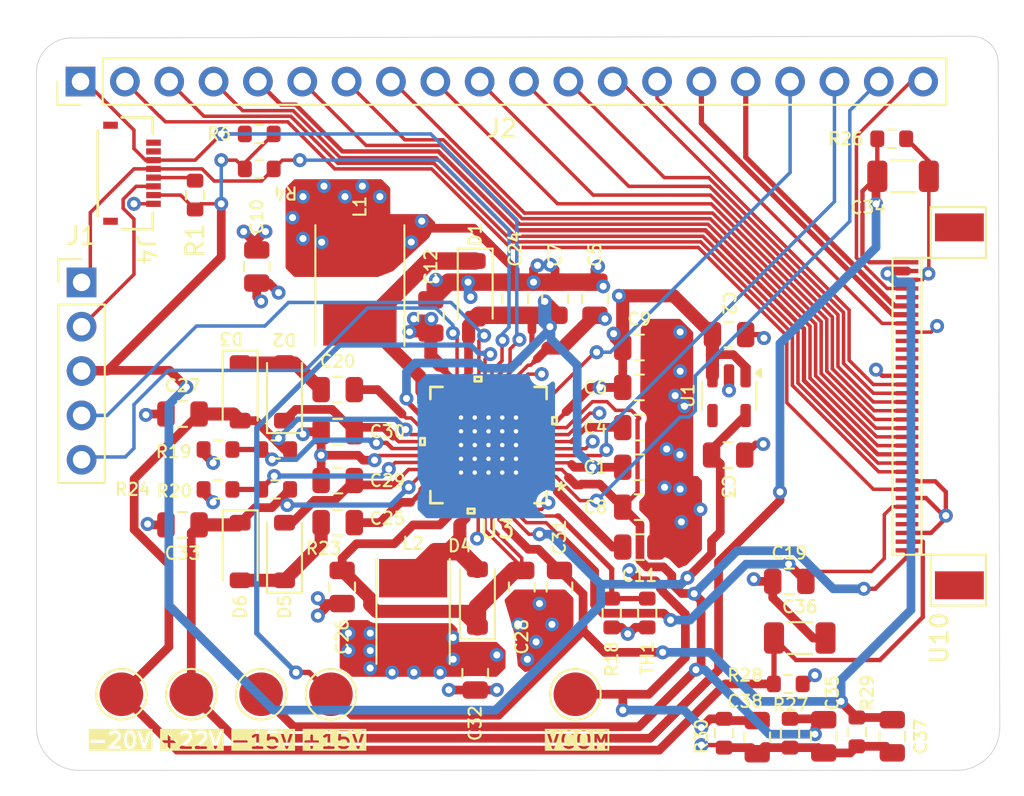
<source format=kicad_pcb>
(kicad_pcb (version 20240108) (generator "pcbnew") (generator_version "8.0")
  (title_block (title "epdiy v7") (date "2023-08-17") (rev "1.1") (comment 1 "Custom modified by Martin Fasani") (comment 2 "Designed by Valentin Roland"))
  (layers (0 "F.Cu" signal) (1 "In1.Cu" power) (2 "In2.Cu" power) (31 "B.Cu" signal) (34 "B.Paste" user) (35 "F.Paste" user) (36 "B.SilkS" user "B.Silkscreen") (37 "F.SilkS" user "F.Silkscreen") (38 "B.Mask" user) (39 "F.Mask" user) (44 "Edge.Cuts" user))
  (net 0 "")
  (net 1 "GND")
  (net 2 "Net-(U3-INT_LDO)")
  (net 3 "/+22V")
  (net 4 "/-20V")
  (net 5 "/-15V")
  (net 6 "/15V")
  (net 7 "/EP_OE")
  (net 8 "/EP_VCOM")
  (net 9 "/EP_MODE")
  (net 10 "Net-(U3-VREF)")
  (net 11 "Net-(D2-A)")
  (net 12 "EPD_VDD")
  (net 13 "Net-(U3-VEE_DRV)")
  (net 14 "Net-(D5-K)")
  (net 15 "Net-(U3-VDDH_DRV)")
  (net 16 "Net-(D4-K)")
  (net 17 "Net-(D5-A)")
  (net 18 "Net-(D2-K)")
  (net 19 "/VNEG_IN")
  (net 20 "Net-(D1-K)")
  (net 21 "Net-(D4-A)")
  (net 22 "/SDA")
  (net 23 "/SCL")
  (net 24 "/TPS_PWR_GOOD")
  (net 25 "/TPS_nINT")
  (net 26 "/EP_SPV")
  (net 27 "/TPS_WAKEUP")
  (net 28 "/TPS_VCOM_CTRL")
  (net 29 "/TPS_PWRUP")
  (net 30 "VIN")
  (net 31 "/XLE")
  (net 32 "3.3V")
  (net 33 "/CKV")
  (net 34 "/XCL")
  (net 35 "/D0")
  (net 36 "/D1")
  (net 37 "/D2")
  (net 38 "/D3")
  (net 39 "/D4")
  (net 40 "/D5")
  (net 41 "/D6")
  (net 42 "/D7")
  (net 43 "/TP_INT")
  (net 44 "/TP_RST")
  (net 46 "/XSTL")
  (net 47 "Net-(U3-TS)")
  (net 48 "Net-(U3-VEE_FB)")
  (net 49 "Net-(U3-VDDH_FB)")
  (net 64 "/BORDER")
  (footprint "Capacitor_SMD:C_0805_2012Metric" (layer "F.Cu") (at 113.03207 104.89 180)
    (property "Reference" "C3")
    (property "Value" "10uF")
  )
  (footprint "Capacitor_SMD:C_0805_2012Metric" (layer "F.Cu") (at 107.94207 110.16 180)
    (property "Reference" "C11")
    (property "Value" "4.7uF")
  )
  (footprint "Capacitor_SMD:C_0805_2012Metric" (layer "F.Cu") (at 116.533333 112.125 180)
    (property "Reference" "C19")
    (property "Value" "10uF")
  )
  (footprint "Capacitor_SMD:C_1206_3216Metric" (layer "F.Cu") (at 123.05 88.925)
    (property "Reference" "C34")
    (property "Value" "1uF/50V")
  )
  (footprint "Capacitor_SMD:C_0805_2012Metric" (layer "F.Cu") (at 118.505 121 -90)
    (property "Reference" "C35")
    (property "Value" "1uF/25V")
  )
  (footprint "Capacitor_SMD:C_1206_3216Metric" (layer "F.Cu") (at 117.133333 115.37)
    (property "Reference" "C36")
    (property "Value" "1uF/50V")
  )
  (footprint "Capacitor_SMD:C_0805_2012Metric" (layer "F.Cu") (at 122.432 120.997 -90)
    (property "Reference" "C37")
    (property "Value" "1uF/25V")
  )
  (footprint "Resistor_SMD:R_0603_1608Metric" (layer "F.Cu") (at 106.36327 113.9366 90)
    (property "Reference" "R18")
    (property "Value" "43k")
  )
  (footprint "Resistor_SMD:R_0603_1608Metric" (layer "F.Cu") (at 122.4 86.775)
    (property "Reference" "R26")
    (property "Value" "47k")
  )
  (footprint "Resistor_SMD:R_0603_1608Metric" (layer "F.Cu") (at 116.575 120.822 -90)
    (property "Reference" "R27")
    (property "Value" "47k")
  )
  (footprint "Resistor_SMD:R_0603_1608Metric" (layer "F.Cu") (at 116.475 118)
    (property "Reference" "R28")
    (property "Value" "47k")
  )
  (footprint "Resistor_SMD:R_0603_1608Metric" (layer "F.Cu") (at 120.4 120.747 -90)
    (property "Reference" "R29")
    (property "Value" "47k")
  )
  (footprint "Resistor_SMD:R_0603_1608Metric" (layer "F.Cu") (at 108.39527 113.9366 -90)
    (property "Reference" "TH1")
    (property "Value" "10k/3380K")
  )
  (footprint "Capacitor_SMD:C_0805_2012Metric" (layer "F.Cu") (at 105.40207 95.936 -90)
    (property "Reference" "C5")
    (property "Value" "4.7uF")
  )
  (footprint "Capacitor_SMD:C_0805_2012Metric" (layer "F.Cu") (at 107.94207 98.73)
    (property "Reference" "C9")
    (property "Value" "10uF")
  )
  (footprint "Resistor_SMD:R_0603_1608Metric" (layer "F.Cu") (at 87.11407 104.572 180)
    (property "Reference" "R19")
    (property "Value" "1M")
  )
  (footprint "Inductor_SMD:L_Taiyo-Yuden_NR-40xx_HandSoldering" (layer "F.Cu") (at 94.98807 113.843 90)
    (property "Reference" "L2")
    (property "Value" "2.2uH")
  )
  (footprint "Inductor_SMD:L_Taiyo-Yuden_NR-50xx_HandSoldering" (layer "F.Cu") (at 91.94007 95.174 90)
    (property "Reference" "L1")
    (property "Value" "4.7uH")
  )
  (footprint "Resistor_SMD:R_0603_1608Metric" (layer "F.Cu") (at 83.81207 106.858 180)
    (property "Reference" "R24")
    (property "Value" "47.5k")
  )
  (footprint "Resistor_SMD:R_0603_1608Metric" (layer "F.Cu") (at 87.11407 106.858 180)
    (property "Reference" "R23")
    (property "Value" "1M")
  )
  (footprint "Resistor_SMD:R_0603_1608Metric" (layer "F.Cu") (at 83.81207 104.572 180)
    (property "Reference" "R20")
    (property "Value" "52.3k")
  )
  (footprint "Capacitor_SMD:C_0805_2012Metric" (layer "F.Cu") (at 98.54407 117.399 90)
    (property "Reference" "C32")
    (property "Value" "10uF")
  )
  (footprint "Capacitor_SMD:C_0805_2012Metric" (layer "F.Cu") (at 103.37007 112.446 90)
    (property "Reference" "C31")
    (property "Value" "4.7uF")
  )
  (footprint "Capacitor_SMD:C_0805_2012Metric" (layer "F.Cu") (at 90.67007 103.556 180)
    (property "Reference" "C30")
    (property "Value" "100nF")
  )
  (footprint "Capacitor_SMD:C_0805_2012Metric" (layer "F.Cu") (at 90.67007 106.35)
    (property "Reference" "C29")
    (property "Value" "100nF")
  )
  (footprint "epaper-breakout:TPS651851RSLR" (layer "F.Cu") (at 99.30607 104.318 180)
    (property "Reference" "U3")
    (property "Value" "TPS651851RSLR" (hide yes))
  )
  (footprint "Capacitor_SMD:C_0805_2012Metric" (layer "F.Cu") (at 107.94207 107.874 180)
    (property "Reference" "C8")
    (property "Value" "4.7uF")
  )
  (footprint "Capacitor_SMD:C_0805_2012Metric" (layer "F.Cu") (at 96.00407 96.952 90)
    (property "Reference" "C12")
    (property "Value" "10uF")
  )
  (footprint "Capacitor_SMD:C_0805_2012Metric" (layer "F.Cu") (at 107.94207 101.016 180)
    (property "Reference" "C6")
    (property "Value" "22uF")
  )
  (footprint "Diode_SMD:D_SOD-123" (layer "F.Cu") (at 85.08207 110.414 -90)
    (property "Reference" "D6")
    (property "Value" "MBR0540")
  )
  (footprint "Diode_SMD:D_SOD-123" (layer "F.Cu") (at 87.62207 110.414 90)
    (property "Reference" "D5")
    (property "Value" "MBR0540")
  )
  (footprint "Diode_SMD:D_SOD-123" (layer "F.Cu") (at 85.08207 101.27 -90)
    (property "Reference" "D3")
    (property "Value" "MBR0540")
  )
  (footprint "Diode_SMD:D_SOD-123" (layer "F.Cu") (at 87.62207 101.27 90)
    (property "Reference" "D2")
    (property "Value" "MBR0540")
  )
  (footprint "Capacitor_SMD:C_0805_2012Metric" (layer "F.Cu") (at 81.78007 102.54)
    (property "Reference" "C27")
    (property "Value" "2.2uF")
  )
  (footprint "Capacitor_SMD:C_0805_2012Metric" (layer "F.Cu") (at 100.83007 95.936 90)
    (property "Reference" "C24")
    (property "Value" "4.7uF")
  )
  (footprint "Capacitor_SMD:C_0805_2012Metric" (layer "F.Cu") (at 107.94207 105.588)
    (property "Reference" "C1")
    (property "Value" "4.7uF")
  )
  (footprint "Capacitor_SMD:C_0805_2012Metric" (layer "F.Cu") (at 90.67007 101.143)
    (property "Reference" "C20")
    (property "Value" "10nF")
  )
  (footprint "Capacitor_SMD:C_0805_2012Metric" (layer "F.Cu") (at 103.11607 95.936 90)
    (property "Reference" "C7")
    (property "Value" "4.7uF")
  )
  (footprint "Capacitor_SMD:C_0805_2012Metric" (layer "F.Cu") (at 90.67007 108.763)
    (property "Reference" "C25")
    (property "Value" "10nF")
  )
  (footprint "Capacitor_SMD:C_0805_2012Metric" (layer "F.Cu") (at 81.78007 108.89 180)
    (property "Reference" "C33")
    (property "Value" "2.2uF")
  )
  (footprint "Capacitor_SMD:C_0805_2012Metric" (layer "F.Cu") (at 107.94207 103.3147 180)
    (property "Reference" "C4")
    (property "Value" "4.7uF")
  )
  (footprint "Capacitor_SMD:C_0805_2012Metric" (layer "F.Cu") (at 101.21107 112.446 90)
    (property "Reference" "C28")
    (property "Value" "4.7uF")
  )
  (footprint "Diode_SMD:D_SOD-123" (layer "F.Cu") (at 98.67107 113.081 90)
    (property "Reference" "D4")
    (property "Value" "MBR0540")
  )
  (footprint "Capacitor_SMD:C_0805_2012Metric" (layer "F.Cu") (at 113.08207 97.99)
    (property "Reference" "C2")
    (property "Value" "10uF")
  )
  (footprint "Capacitor_SMD:C_0805_2012Metric" (layer "F.Cu") (at 114.696 121.047 -90)
    (property "Reference" "C38")
    (property "Value" "1uF/25V")
  )
  (footprint "Resistor_SMD:R_0603_1608Metric" (layer "F.Cu") (at 112.796 120.822 -90)
    (property "Reference" "R30")
    (property "Value" "100k")
  )
  (footprint "Diode_SMD:D_SOD-123" (layer "F.Cu") (at 98.54407 95.428 -90)
    (property "Reference" "D1")
    (property "Value" "MBR0540")
  )
  (footprint "Capacitor_SMD:C_0805_2012Metric" (layer "F.Cu") (at 86.03207 94.09 -90)
    (property "Reference" "C10")
    (property "Value" "22uF")
  )
  (footprint "Capacitor_SMD:C_0805_2012Metric" (layer "F.Cu") (at 90.92407 112.446 90)
    (property "Reference" "C26")
    (property "Value" "4.7uF")
  )
  (footprint "TestPoint:TestPoint_Pad_D2.5mm" (layer "F.Cu") (at 86.28207 118.59)
    (property "Reference" "TP2" (hide yes))
    (property "Value" "-15V" (hide yes))
  )
  (footprint "TestPoint:TestPoint_Pad_D2.5mm" (layer "F.Cu") (at 78.28207 118.59)
    (property "Reference" "TP3" (hide yes))
    (property "Value" "-20V" (hide yes))
  )
  (footprint "TestPoint:TestPoint_Pad_D2.5mm" (layer "F.Cu") (at 90.28207 118.59)
    (property "Reference" "TP4" (hide yes))
    (property "Value" "+15V" (hide yes))
  )
  (footprint "TestPoint:TestPoint_Pad_D2.5mm" (layer "F.Cu") (at 104.28207 118.59)
    (property "Reference" "TP5" (hide yes))
    (property "Value" "VCOM" (hide yes))
  )
  (footprint "Resistor_SMD:R_0603_1608Metric" (layer "F.Cu") (at 86.175 88.5)
    (property "Reference" "R4")
    (property "Value" "5.1k")
  )
  (footprint "Resistor_SMD:R_0603_1608Metric" (layer "F.Cu") (at 86.175 86.500063 180)
    (property "Reference" "R6")
    (property "Value" "5.1k")
  )
  (footprint "TestPoint:TestPoint_Pad_D2.5mm" (layer "F.Cu") (at 82.28207 118.59)
    (property "Reference" "TP1" (hide yes))
    (property "Value" "+22V" (hide yes))
  )
  (footprint "epaper-breakout:CONN8_FH34SRJ_HIR" (layer "F.Cu") (at 78.5 88.75 -90)
    (property "Reference" "J4")
    (property "Value" "Conn_01x08_Pin")
  )
  (footprint "Package_TO_SOT_SMD:TSOT-23-5" (layer "F.Cu") (at 113.08207 101.49 -90)
    (property "Reference" "U1")
    (property "Value" "RT9080-33GJ5")
  )
  (footprint "Connector_PinHeader_2.54mm:PinHeader_1x20_P2.54mm_Vertical" (layer "F.Cu") (at 75.94 83.5 90)
    (property "Reference" "J2")
    (property "Value" "Conn_01x20")
  )
  (footprint "Connector_PinHeader_2.54mm:PinHeader_1x05_P2.54mm_Vertical" (layer "F.Cu") (at 76 95)
    (property "Reference" "J1")
    (property "Value" "Conn_01x04")
  )
  (footprint "Resistor_SMD:R_0603_1608Metric" (layer "F.Cu") (at 82.5 90 90)
    (property "Reference" "R1")
    (property "Value" "10k")
  )
  (footprint "footprints:X05A20H34G" (layer "F.Cu") (at 123.275 102.1 90)
    (property "Reference" "U10")
    (property "Value" "ED060XC5")
  )
  (gr_line (start 73.414099 120.49995) (end 73.414199 83) (stroke (width 0.05)) (layer "Edge.Cuts"))
  (gr_line (start 75.863579 122.949449) (end 126.033252 122.947172) (stroke (width 0.05)) (layer "Edge.Cuts"))
  (gr_arc (start 73.414199 83) (mid 74 81.585801) (end 75.414199 81) (stroke (width 0.05)) (layer "Edge.Cuts"))
  (gr_line (start 126.971216 80.904215) (end 75.414199 81) (stroke (width 0.05)) (layer "Edge.Cuts"))
  (gr_line (start 128.587651 120.5) (end 128.5 82.5) (stroke (width 0.05)) (layer "Edge.Cuts"))
  (gr_arc (start 126.971216 80.904215) (mid 128.076148 81.375865) (end 128.5 82.5) (stroke (width 0.05)) (layer "Edge.Cuts"))
  (gr_arc (start 75.863579 122.949449) (mid 74.13157 122.231965) (end 73.414099 120.49995) (stroke (width 0.05)) (layer "Edge.Cuts"))
  (gr_arc (start 128.587651 120.5) (mid 127.832675 122.268691) (end 126.033252 122.947172) (stroke (width 0.05)) (layer "Edge.Cuts"))
  (gr_text "+15V" (at 88.522069 121.765 0) (layer "F.SilkS" knockout) (effects (font (size 0.9 0.9) (thickness 0.15) (bold yes)) (justify left bottom)))
  (gr_text "VCOM" (at 102.52207 121.765 0) (layer "F.SilkS" knockout) (effects (font (size 0.9 0.9) (thickness 0.15) (bold yes)) (justify left bottom)))
  (gr_text "-20V" (at 76.27207 121.765 0) (layer "F.SilkS" knockout) (effects (font (size 0.9 0.9) (thickness 0.15) (bold yes)) (justify left bottom)))
  (gr_text "-15V" (at 84.438736 121.765 0) (layer "F.SilkS" knockout) (effects (font (size 0.9 0.9) (thickness 0.15) (bold yes)) (justify left bottom)))
  (gr_text "+22V" (at 80.355403 121.765 0) (layer "F.SilkS" knockout) (effects (font (size 0.9 0.9) (thickness 0.15) (bold yes)) (justify left bottom)))
  (segment (start 98.13607 94.986) (end 101.88607 94.986) (width 1) (layer "F.Cu") (net 1))
  (segment (start 101.88607 94.986) (end 105.40207 94.986) (width 1) (layer "F.Cu") (net 1))
  (segment (start 102.22607 113.396) (end 103.37007 113.396) (width 0.5) (layer "F.Cu") (net 1))
  (segment (start 100.83007 94.275998) (end 100.83007 94.986) (width 0.5) (layer "F.Cu") (net 1))
  (segment (start 124.895 106.395) (end 125.5 107) (width 0.25) (layer "F.Cu") (net 1))
  (segment (start 114.625 112.125) (end 114.5 112) (width 0.5) (layer "F.Cu") (net 1))
  (segment (start 101.570069 100.254) (end 102.35407 100.254) (width 0.2) (layer "F.Cu") (net 1))
  (segment (start 90.92407 113.396) (end 90.22607 113.396) (width 0.5) (layer "F.Cu") (net 1))
  (segment (start 101.21107 113.396) (end 101.21107 114.411) (width 0.5) (layer "F.Cu") (net 1))
  (segment (start 118.202 121.647) (end 118.505 121.95) (width 0.5) (layer "F.Cu") (net 1))
  (segment (start 101.106069 101.343) (end 101.106069 100.718) (width 0.2) (layer "F.Cu") (net 1))
  (segment (start 101.506071 107.776872) (end 101.730199 108.001) (width 0.2) (layer "F.Cu") (net 1))
  (segment (start 114.03207 97.99) (end 114.88207 97.99) (width 0.3) (layer "F.Cu") (net 1))
  (segment (start 124.5 94.5) (end 124.525 94.475) (width 0.2) (layer "F.Cu") (net 1))
  (segment (start 122.057 121.572) (end 122.432 121.947) (width 0.5) (layer "F.Cu") (net 1))
  (segment (start 79.83207 108.89) (end 79.78207 108.84) (width 0.5) (layer "F.Cu") (net 1))
  (segment (start 106.91367 114.7616) (end 107.28207 115.13) (width 0.5) (layer "F.Cu") (net 1))
  (segment (start 117.5 118) (end 118 117.5) (width 0.2) (layer "F.Cu") (net 1))
  (segment (start 95.48207 91.49) (end 95.89208 91.90001) (width 0.5) (layer "F.Cu") (net 1))
  (segment (start 86.03207 93.14) (end 86.03207 92.84) (width 0.5) (layer "F.Cu") (net 1))
  (segment (start 101.730199 108.001) (end 102.35407 108.001) (width 0.2) (layer "F.Cu") (net 1))
  (segment (start 98.54407 118.349) (end 97.04107 118.349) (width 0.5) (layer "F.Cu") (net 1))
  (segment (start 93.045251 104.917999) (end 92.778847 105.184403) (width 0.2) (layer "F.Cu") (net 1))
  (segment (start 89.72007 106.35) (end 89.72007 104.902) (width 0.5) (layer "F.Cu") (net 1))
  (segment (start 89.72007 103.556) (end 88.816855 103.556) (width 0.5) (layer "F.Cu") (net 1))
  (segment (start 98.716079 107.303008) (end 98.716079 109.607935) (width 0.2) (layer "F.Cu") (net 1))
  (segment (start 103.37007 114.160999) (end 102.941069 114.59) (width 0.5) (layer "F.Cu") (net 1))
  (segment (start 101.21107 114.411) (end 101.03207 114.59) (width 0.5) (layer "F.Cu") (net 1))
  (segment (start 105.40207 94.27) (end 105.40207 94.986) (width 0.5) (layer "F.Cu") (net 1))
  (segment (start 88.816855 103.556) (end 88.678756 103.694099) (width 0.5) (layer "F.Cu") (net 1))
  (segment (start 124.525 88.925) (end 124.525 88.061148) (width 0.25) (layer "F.Cu") (net 1))
  (segment (start 124.357537 107.35) (end 125.475 108.467463) (width 0.25) (layer "F.Cu") (net 1))
  (segment (start 125.475 108.525) (end 124.65 109.35) (width 0.25) (layer "F.Cu") (net 1))
  (segment (start 107.28207 115.13) (end 107.33527 115.13) (width 0.5) (layer "F.Cu") (net 1))
  (segment (start 124.65 97.85) (end 125 97.5) (width 0.2) (layer "F.Cu") (net 1))
  (segment (start 86.03207 92.84) (end 85.28207 92.09) (width 0.5) (layer "F.Cu") (net 1))
  (segment (start 105.109807 102.492) (end 105.65607 102.492) (width 0.2) (layer "F.Cu") (net 1))
  (segment (start 116.575 121.647) (end 118.202 121.647) (width 0.5) (layer "F.Cu") (net 1))
  (segment (start 107.33527 115.13) (end 107.70367 114.7616) (width 0.5) (layer "F.Cu") (net 1))
  (segment (start 112.796 121.647) (end 114.346 121.647) (width 0.5) (layer "F.Cu") (net 1))
  (segment (start 115.583333 112.125) (end 114.625 112.125) (width 0.5) (layer "F.Cu") (net 1))
  (segment (start 118.505 121.95) (end 120.022 121.95) (width 0.5) (layer "F.Cu") (net 1))
  (segment (start 90.22607 113.396) (end 89.53207 114.09) (width 0.5) (layer "F.Cu") (net 1))
  (segment (start 120.022 121.95) (end 120.4 121.572) (width 0.5) (layer "F.Cu") (net 1))
  (segment (start 120.4 121.572) (end 122.057 121.572) (width 0.5) (layer "F.Cu") (net 1))
  (segment (start 101.21107 113.396) (end 102.22607 113.396) (width 0.5) (layer "F.Cu") (net 1))
  (segment (start 89.72007 104.902) (end 89.72007 103.556) (width 0.5) (layer "F.Cu") (net 1))
  (segment (start 96.00407 95.149068) (end 96.297604 94.855534) (width 0.5) (layer "F.Cu") (net 1))
  (segment (start 86.03207 92.59) (end 86.53207 92.09) (width 0.5) (layer "F.Cu") (net 1))
  (segment (start 125.5 108.5) (end 125.475 108.525) (width 0.25) (layer "F.Cu") (net 1))
  (segment (start 123.238852 86.775) (end 124.525 88.061148) (width 0.25) (layer "F.Cu") (net 1))
  (segment (start 115.583333 112.125) (end 115.583333 113.058333) (width 0.5) (layer "F.Cu") (net 1))
  (segment (start 82.98707 107.045) (end 83.53207 107.59) (width 0.5) (layer "F.Cu") (net 1))
  (segment (start 96.00407 96.002) (end 97.02007 94.986) (width 1) (layer "F.Cu") (net 1))
  (segment (start 103.37007 113.396) (end 103.37007 114.160999) (width 0.5) (layer "F.Cu") (net 1))
  (segment (start 97.02007 94.986) (end 98.13607 94.986) (width 1) (layer "F.Cu") (net 1))
  (segment (start 101.88607 94.986) (end 101.88607 94.252101) (width 0.5) (layer "F.Cu") (net 1))
  (segment (start 125.5 108.359521) (end 125.5 108.5) (width 0.25) (layer "F.Cu") (net 1))
  (segment (start 111.5 121.5) (end 112.649 121.5) (width 0.25) (layer "F.Cu") (net 1))
  (segment (start 123.275 106.35) (end 123.32 106.395) (width 0.25) (layer "F.Cu") (net 1))
  (segment (start 124.525 94.475) (end 124.525 88.925) (width 0.2) (layer "F.Cu") (net 1))
  (segment (start 102.28107 103.718001) (end 103.883806 103.718001) (width 0.2) (layer "F.Cu") (net 1))
  (segment (start 95.89208 91.90001) (end 98.454082 91.90001) (width 0.5) (layer "F.Cu") (net 1))
  (segment (start 98.716079 109.607935) (end 98.649351 109.674663) (width 0.2) (layer "F.Cu") (net 1))
  (segment (start 79 90.5) (end 80.117359 90.5) (width 0.2) (layer "F.Cu") (net 1))
  (segment (start 114.346 121.647) (end 114.696 121.997) (width 0.5) (layer "F.Cu") (net 1))
  (segment (start 98.706071 107.293) (end 98.716079 107.303008) (width 0.2) (layer "F.Cu") (net 1))
  (segment (start 114.88207 97.99) (end 115.08207 98.19) (width 0.3) (layer "F.Cu") (net 1))
  (segment (start 117.895 115.37) (end 118.608333 115.37) (width 0.5) (layer "F.Cu") (net 1))
  (segment (start 103.11607 94.269827) (end 102.837153 93.99091) (width 0.5) (layer "F.Cu") (net 1))
  (segment (start 104.859062 104.528008) (end 105.27507 104.112) (width 0.2) (layer "F.Cu") (net 1))
  (segment (start 96.33107 104.917999) (end 93.045251 104.917999) (width 0.2) (layer "F.Cu") (net 1))
  (segment (start 105.58207 94.09) (end 105.40207 94.27) (width 0.5) (layer "F.Cu") (net 1))
  (segment (start 108.39527 114.7616) (end 107.70367 114.7616) (width 0.5) (layer "F.Cu") (net 1))
  (segment (start 86.03207 93.14) (end 86.03207 92.59) (width 0.5) (layer "F.Cu") (net 1))
  (segment (start 105.644556 95.228486) (end 105.875283 95.228486) (width 0.5) (layer "F.Cu") (net 1))
  (segment (start 101.106069 100.718) (end 101.570069 100.254) (width 0.2) (layer "F.Cu") (net 1))
  (segment (start 102.35407 108.001) (end 102.733813 107.621257) (width 0.2) (layer "F.Cu") (net 1))
  (segment (start 114.696 121.997) (end 115.103468 121.589532) (width 0.5) (layer "F.Cu") (net 1))
  (segment (start 115.583333 113.058333) (end 117.895 115.37) (width 0.5) (layer "F.Cu") (net 1))
  (segment (start 96.00407 96.002) (end 96.00407 95.149068) (width 0.5) (layer "F.Cu") (net 1))
  (segment (start 115.103468 121.589532) (end 115.282465 121.589532) (width 0.5) (layer "F.Cu") (net 1))
  (segment (start 123.275 109.35) (end 124.65 109.35) (width 0.25) (layer "F.Cu") (net 1))
  (segment (start 123.275 94.85) (end 124.15 94.85) (width 0.2) (layer "F.Cu") (net 1))
  (segment (start 125.475 108.467463) (end 125.475 108.525) (width 0.25) (layer "F.Cu") (net 1))
  (segment (start 106.36327 114.7616) (end 106.91367 114.7616) (width 0.5) (layer "F.Cu") (net 1))
  (segment (start 115.043039 104.259394) (end 114.612676 104.259394) (width 0.4) (layer "F.Cu") (net 1))
  (segment (start 90.92407 113.396) (end 89.83807 113.396) (width 0.5) (layer "F.Cu") (net 1))
  (segment (start 79.68207 102.59) (end 79.73207 102.54) (width 0.5) (layer "F.Cu") (net 1))
  (segment (start 89.83807 113.396) (end 89.53207 113.09) (width 0.5) (layer "F.Cu") (net 1))
  (segment (start 101.506071 107.293) (end 101.506071 107.776872) (width 0.2) (layer "F.Cu") (net 1))
  (segment (start 114.612676 104.259394) (end 113.98207 104.89) (width 0.4) (layer "F.Cu") (net 1))
  (segment (start 103.883806 103.718001) (end 105.109807 102.492) (width 0.2) (layer "F.Cu") (net 1))
  (segment (start 99.77307 118.349) (end 99.78207 118.34) (width 0.5) (layer "F.Cu") (net 1))
  (segment (start 97.04107 118.349) (end 97.03207 118.34) (width 0.5) (layer "F.Cu") (net 1))
  (segment (start 113.08207 100.3525) (end 113.08207 101.19) (width 0.3) (layer "F.Cu") (net 1))
  (segment (start 103.11607 94.986) (end 103.11607 94.269827) (width 0.5) (layer "F.Cu") (net 1))
  (segment (start 115.339933 121.647) (end 115.282465 121.589532) (width 0.5) (layer "F.Cu") (net 1))
  (segment (start 80.83007 108.89) (end 79.83207 108.89) (width 0.5) (layer "F.Cu") (net 1))
  (segment (start 89.72007 104.902) (end 91.84407 104.902) (width 0.5) (layer "F.Cu") (net 1))
  (segment (start 92.126473 105.184403) (end 92.778847 105.184403) (width 0.5) (layer "F.Cu") (net 1))
  (segment (start 98.454082 91.90001) (end 100.83007 94.275998) (width 0.5) (layer "F.Cu") (net 1))
  (segment (start 91.84407 104.902) (end 92.126473 105.184403) (width 0.5) (layer "F.Cu") (net 1))
  (segment (start 101.88607 94.252101) (end 102.113171 94.025) (width 0.5) (layer "F.Cu") (net 1))
  (segment (start 123.32 106.395) (end 124.895 106.395) (width 0.25) (layer "F.Cu") (net 1))
  (segment (start 98.54407 118.349) (end 99.77307 118.349) (width 0.5) (layer "F.Cu") (net 1))
  (segment (start 123.275 107.35) (end 124.357537 107.35) (width 0.25) (layer "F.Cu") (net 1))
  (segment (start 123.275 97.85) (end 124.65 97.85) (width 0.2) (layer "F.Cu") (net 1))
  (segment (start 125.5 107) (end 125.5 108.359521) (width 0.25) (layer "F.Cu") (net 1))
  (segment (start 102.291078 104.528008) (end 104.859062 104.528008) (width 0.2) (layer "F.Cu") (net 1))
  (segment (start 102.28107 104.518) (end 102.291078 104.528008) (width 0.2) (layer "F.Cu") (net 1))
  (segment (start 79.73207 102.54) (end 80.83007 102.54) (width 0.5) (layer "F.Cu") (net 1))
  (segment (start 82.98707 104.795) (end 83.53207 105.34) (width 0.5) (layer "F.Cu") (net 1))
  (segment (start 116.575 121.647) (end 115.339933 121.647) (width 0.5) (layer "F.Cu") (net 1))
  (segment (start 124.15 94.85) (end 124.5 94.5) (width 0.2) (layer "F.Cu") (net 1))
  (via (at 124.5 94.5) (size 0.8) (drill 0.4) (layers "F.Cu" "B.Cu") (net 1))
  (via (at 102.941069 114.59) (size 0.8) (drill 0.4) (layers "F.Cu" "B.Cu") (net 1))
  (via (at 110.28207 106.84) (size 0.8) (drill 0.4) (layers "F.Cu" "B.Cu") (net 1))
  (via (at 125 97.5) (size 0.8) (drill 0.4) (layers "F.Cu" "B.Cu") (net 1))
  (via (at 95.48207 91.49) (size 0.8) (drill 0.4) (layers "F.Cu" "B.Cu") (net 1))
  (via (at 110.528866 102.093204) (size 0.8) (drill 0.4) (layers "F.Cu" "B.Cu") (net 1))
  (via (at 105.27507 104.112) (size 0.8) (drill 0.4) (layers "F.Cu" "B.Cu") (net 1))
  (via (at 102.113171 94.025) (size 0.8) (drill 0.4) (layers "F.Cu" "B.Cu") (net 1))
  (via (at 99.78207 118.34) (size 0.8) (drill 0.4) (layers "F.Cu" "B.Cu") (net 1))
  (via (at 102.35407 100.254) (size 0.8) (drill 0.4) (layers "F.Cu" "B.Cu") (net 1))
  (via (at 109.509657 104.545) (size 0.8) (drill 0.4) (layers "F.Cu" "B.Cu") (net 1))
  (via (at 93.08207 90.09) (size 0.8) (drill 0.4) (layers "F.Cu" "B.Cu") (net 1))
  (via (at 105.65607 102.492) (size 0.8) (drill 0.4) (layers "F.Cu" "B.Cu") (net 1))
  (via (at 102.837153 93.99091) (size 0.8) (drill 0.4) (layers "F.Cu" "B.Cu") (net 1))
  (via (at 113.08207 101.19) (size 0.8) (drill 0.4) (layers "F.Cu" "B.Cu") (net 1))
  (via (at 110.28207 97.84) (size 0.8) (drill 0.4) (layers "F.Cu" "B.Cu") (net 1))
  (via (at 88.68207 90.09) (size 0.8) (drill 0.4) (layers "F.Cu" "B.Cu") (net 1))
  (via (at 79.68207 102.59) (size 0.8) (drill 0.4) (layers "F.Cu" "B.Cu") (net 1))
  (via (at 101.53207 116.59) (size 0.8) (drill 0.4) (layers "F.Cu" "B.Cu") (net 1))
  (via (at 88.678756 103.694099) (size 0.8) (drill 0.4) (layers "F.Cu" "B.Cu") (net 1))
  (via (at 92.08207 89.49) (size 0.8) (drill 0.4) (layers "F.Cu" "B.Cu") (net 1))
  (via (at 89.53207 113.09) (size 0.8) (drill 0.4) (layers "F.Cu" "B.Cu") (net 1))
  (via (at 91.08207 90.09) (size 0.8) (drill 0.4) (layers "F.Cu" "B.Cu") (net 1))
  (via (at 111.444043 108.001973) (size 0.8) (drill 0.4) (layers "F.Cu" "B.Cu") (net 1))
  (via (at 125.5 108.359521) (size 0.8) (drill 0.4) (layers "F.Cu" "B.Cu") (net 1))
  (via (at 102.733813 107.621257) (size 0.8) (drill 0.4) (layers "F.Cu" "B.Cu") (net 1))
  (via (at 89.72007 104.902) (size 0.8) (drill 0.4) (layers "F.Cu" "B.Cu") (net 1))
  (via (at 102.22607 113.396) (size 0.8) (drill 0.4) (layers "F.Cu" "B.Cu") (net 1))
  (via (at 115.043039 104.259394) (size 0.8) (drill 0.4) (layers "F.Cu" "B.Cu") (net 1))
  (via (at 89.749377 92.7) (size 0.8) (drill 0.4) (layers "F.Cu" "B.Cu") (net 1))
  (via (at 107.28207 115.13) (size 0.8) (drill 0.4) (layers "F.Cu" "B.Cu") (net 1))
  (via (at 92.778847 105.184403) (size 0.8) (drill 0.4) (layers "F.Cu" "B.Cu") (net 1))
  (via (at 88.68207 92.49) (size 0.8) (drill 0.4) (layers "F.Cu" "B.Cu") (net 1))
  (via (at 101.03207 114.59) (size 0.8) (drill 0.4) (layers "F.Cu" "B.Cu") (net 1))
  (via (at 110.266558 104.870863) (size 0.8) (drill 0.4) (layers "F.Cu" "B.Cu") (net 1))
  (via (at 86.53207 92.09) (size 0.8) (drill 0.4) (layers "F.Cu" "B.Cu") (net 1))
  (via (at 89.53207 114.09) (size 0.8) (drill 0.4) (layers "F.Cu" "B.Cu") (net 1))
  (via (at 111.5 121.5) (size 0.8) (drill 0.4) (layers "F.Cu" "B.Cu") (net 1))
  (via (at 98.649351 109.674663) (size 0.8) (drill 0.4) (layers "F.Cu" "B.Cu") (net 1))
  (via (at 83.53207 107.59) (size 0.8) (drill 0.4) (layers "F.Cu" "B.Cu") (net 1))
  (via (at 79.78207 108.84) (size 0.8) (drill 0.4) (layers "F.Cu" "B.Cu") (net 1))
  (via (at 94.88207 92.69) (size 0.8) (drill 0.4) (layers "F.Cu" "B.Cu") (net 1))
  (via (at 114.5 112) (size 0.8) (drill 0.4) (layers "F.Cu" "B.Cu") (net 1))
  (via (at 102.03207 115.59) (size 0.8) (drill 0.4) (layers "F.Cu" "B.Cu") (net 1))
  (via (at 98.28207 95.84) (size 0.8) (drill 0.4) (layers "F.Cu" "B.Cu") (net 1))
  (via (at 101.88607 94.986) (size 0.8) (drill 0.4) (layers "F.Cu" "B.Cu") (net 1))
  (via (at 105.875283 95.228486) (size 0.8) (drill 0.4) (layers "F.Cu" "B.Cu") (net 1))
  (via (at 89.88207 89.49) (size 0.8) (drill 0.4) (layers "F.Cu" "B.Cu") (net 1))
  (via (at 96.297604 94.855534) (size 0.8) (drill 0.4) (layers "F.Cu" "B.Cu") (net 1))
  (via (at 115.08207 98.19) (size 0.8) (drill 0.4) (layers "F.Cu" "B.Cu") (net 1))
  (via (at 98.13607 94.986) (size 0.8) (drill 0.4) (layers "F.Cu" "B.Cu") (net 1))
  (via (at 88.08207 91.29) (size 0.8) (drill 0.4) (layers "F.Cu" "B.Cu") (net 1))
  (via (at 118 117.5) (size 0.8) (drill 0.4) (layers "F.Cu" "B.Cu") (net 1))
  (via (at 97.03207 118.34) (size 0.8) (drill 0.4) (layers "F.Cu" "B.Cu") (net 1))
  (via (at 85.28207 92.09) (size 0.8) (drill 0.4) (layers "F.Cu" "B.Cu") (net 1))
  (via (at 109.39 106.735) (size 0.8) (drill 0.4) (layers "F.Cu" "B.Cu") (net 1))
  (via (at 110.28207 100.09) (size 0.8) (drill 0.4) (layers "F.Cu" "B.Cu") (net 1))
  (via (at 109.995331 101.484669) (size 0.8) (drill 0.4) (layers "F.Cu" "B.Cu") (net 1))
  (via (at 83.53207 105.34) (size 0.8) (drill 0.4) (layers "F.Cu" "B.Cu") (net 1))
  (via (at 105.58207 94.09) (size 0.8) (drill 0.4) (layers "F.Cu" "B.Cu") (net 1))
  (via (at 110.351505 108.718325) (size 0.8) (drill 0.4) (layers "F.Cu" "B.Cu") (net 1))
  (via (at 79 90.5) (size 0.8) (drill 0.4) (layers "F.Cu" "B.Cu") (net 1))
  (segment (start 98.13607 95.694) (end 98.28207 95.84) (width 0.5) (layer "B.Cu") (net 1))
  (segment (start 98.13607 94.986) (end 98.13607 95.694) (width 0.5) (layer "B.Cu") (net 1))
  (segment (start 102.28107 104.118) (end 104.07807 104.118) (width 0.2) (layer "F.Cu") (net 2))
  (segment (start 104.89407 103.302) (end 104.07807 104.118) (width 0.3) (layer "F.Cu") (net 2))
  (segment (start 105.02107 103.302) (end 104.89407 103.302) (width 0.3) (layer "F.Cu") (net 2))
  (segment (start 105.02107 103.302) (end 106.97937 103.302) (width 0.5) (layer "F.Cu") (net 2))
  (segment (start 121.5 90.5) (end 121.5 89) (width 0.5) (layer "F.Cu") (net 3))
  (segment (start 112.48207 111.01793) (end 116 107.5) (width 0.5) (layer "F.Cu") (net 3))
  (segment (start 120.725 93.45) (end 120.725 89.775) (width 0.25) (layer "F.Cu") (net 3))
  (segment (start 96.33107 106.117999) (end 95.347071 106.117999) (width 0.2) (layer "F.Cu") (net 3))
  (segment (start 120.725 89.775) (end 121.575 88.925) (width 0.25) (layer "F.Cu") (net 3))
  (segment (start 86.893071 107.903999) (end 87.24457 107.5525) (width 0.5) (layer "F.Cu") (net 3))
  (segment (start 108.56207 121.11) (end 112.48207 117.19) (width 0.5) (layer "F.Cu") (net 3))
  (segment (start 95.347071 106.117999) (end 94.73407 106.731) (width 0.2) (layer "F.Cu") (net 3))
  (segment (start 121.575 88.925) (end 121.575 86.775) (width 0.25) (layer "F.Cu") (net 3))
  (segment (start 82.28207 109.338) (end 82.73007 108.89) (width 0.5) (layer "F.Cu") (net 3))
  (segment (start 87.24457 107.5525) (end 87.93907 106.858) (width 0.5) (layer "F.Cu") (net 3))
  (segment (start 112.48207 117.19) (end 112.48207 111.01793) (width 0.5) (layer "F.Cu") (net 3))
  (segment (start 120.725 93.45) (end 121.125 93.85) (width 0.25) (layer "F.Cu") (net 3))
  (segment (start 85.942071 107.903999) (end 86.893071 107.903999) (width 0.5) (layer "F.Cu") (net 3))
  (segment (start 85.08207 108.764) (end 85.942071 107.903999) (width 0.5) (layer "F.Cu") (net 3))
  (segment (start 87.24457 107.5525) (end 87.580572 107.5525) (width 0.3) (layer "F.Cu") (net 3))
  (segment (start 84.80207 121.11) (end 108.56207 121.11) (width 0.5) (layer "F.Cu") (net 3))
  (segment (start 116 107.5) (end 116 107) (width 0.5) (layer "F.Cu") (net 3))
  (segment (start 82.73007 108.89) (end 84.95607 108.89) (width 0.75) (layer "F.Cu") (net 3))
  (segment (start 82.28207 118.59) (end 82.28207 109.338) (width 0.5) (layer "F.Cu") (net 3))
  (segment (start 82.28207 118.59) (end 84.80207 121.11) (width 0.5) (layer "F.Cu") (net 3))
  (segment (start 87.580572 107.5525) (end 87.78207 107.753998) (width 0.3) (layer "F.Cu") (net 3))
  (segment (start 84.95607 108.89) (end 85.08207 108.764) (width 0.75) (layer "F.Cu") (net 3))
  (segment (start 121.125 93.85) (end 123.275 93.85) (width 0.25) (layer "F.Cu") (net 3))
  (via (at 116 107) (size 0.8) (drill 0.4) (layers "F.Cu" "B.Cu") (net 3))
  (via (at 94.73407 106.731) (size 0.8) (drill 0.4) (layers "F.Cu" "B.Cu") (net 3))
  (via (at 87.78207 107.753998) (size 0.8) (drill 0.4) (layers "F.Cu" "B.Cu") (net 3))
  (via (at 121.5 90.5) (size 0.8) (drill 0.4) (layers "F.Cu" "B.Cu") (net 3))
  (segment (start 93.711072 107.753998) (end 94.73407 106.731) (width 0.3) (layer "B.Cu") (net 3))
  (segment (start 121.5 93) (end 116 98.5) (width 0.5) (layer "B.Cu") (net 3))
  (segment (start 116 98.5) (end 116 107) (width 0.5) (layer "B.Cu") (net 3))
  (segment (start 87.78207 107.753998) (end 93.711072 107.753998) (width 0.3) (layer "B.Cu") (net 3))
  (segment (start 121.5 90.5) (end 121.5 93) (width 0.5) (layer "B.Cu") (net 3))
  (segment (start 81 111.146875) (end 79.01207 109.158945) (width 0.5) (layer "F.Cu") (net 4))
  (segment (start 79.01207 106.258) (end 82.73007 102.54) (width 0.5) (layer "F.Cu") (net 4))
  (segment (start 115.658333 115.37) (end 115.658333 117.991667) (width 0.3) (layer "F.Cu") (net 4))
  (segment (start 109.08207 121.79) (end 112.87207 118) (width 0.5) (layer "F.Cu") (net 4))
  (segment (start 124.175 109.85) (end 124.18 109.855) (width 0.25) (layer "F.Cu") (net 4))
  (segment (start 87.626756 104.572) (end 87.213413 104.158657) (width 0.5) (layer "F.Cu") (net 4))
  (segment (start 78.28207 118.59) (end 81 115.87207) (width 0.5) (layer "F.Cu") (net 4))
  (segment (start 94.849788 103.718001) (end 94.558816 103.427029) (width 0.2) (layer "F.Cu") (net 4))
  (segment (start 112.87207 118) (end 115.65 118) (width 0.5) (layer "F.Cu") (net 4))
  (segment (start 94.849788 103.718001) (end 96.33107 103.718001) (width 0.2) (layer "F.Cu") (net 4))
  (segment (start 87.213413 103.998659) (end 87.28207 103.930002) (width 0.3) (layer "F.Cu") (net 4))
  (segment (start 123.275 109.85) (end 124.175 109.85) (width 0.25) (layer "F.Cu") (net 4))
  (segment (start 87.213413 104.158657) (end 87.213413 103.998659) (width 0.3) (layer "F.Cu") (net 4))
  (segment (start 79.01207 109.158945) (end 79.01207 106.258) (width 0.5) (layer "F.Cu") (net 4))
  (segment (start 115.658333 115.37) (end 116.918333 116.63) (width 0.25) (layer "F.Cu") (net 4))
  (segment (start 84.70207 102.54) (end 85.08207 102.92) (width 0.75) (layer "F.Cu") (net 4))
  (segment (start 81 115.87207) (end 81 111.146875) (width 0.5) (layer "F.Cu") (net 4))
  (segment (start 124.18 114.17174) (end 121.72174 116.63) (width 0.25) (layer "F.Cu") (net 4))
  (segment (start 85.974756 102.92) (end 85.08207 102.92) (width 0.5) (layer "F.Cu") (net 4))
  (segment (start 87.213413 104.158657) (end 85.974756 102.92) (width 0.5) (layer "F.Cu") (net 4))
  (segment (start 82.73007 102.54) (end 84.70207 102.54) (width 0.75) (layer "F.Cu") (net 4))
  (segment (start 124.18 109.855) (end 124.18 114.17174) (width 0.25) (layer "F.Cu") (net 4))
  (segment (start 81.48207 121.79) (end 109.08207 121.79) (width 0.5) (layer "F.Cu") (net 4))
  (segment (start 87.93907 104.572) (end 87.626756 104.572) (width 0.5) (layer "F.Cu") (net 4))
  (segment (start 78.28207 118.59) (end 81.48207 121.79) (width 0.5) (layer "F.Cu") (net 4))
  (segment (start 116.918333 116.63) (end 121.72174 116.63) (width 0.25) (layer "F.Cu") (net 4))
  (via (at 87.28207 103.930002) (size 0.8) (drill 0.4) (layers "F.Cu" "B.Cu") (net 4))
  (via (at 94.558816 103.427029) (size 0.8) (drill 0.4) (layers "F.Cu" "B.Cu") (net 4))
  (segment (start 88.372072 102.84) (end 93.971787 102.84) (width 0.3) (layer "B.Cu") (net 4))
  (segment (start 93.971787 102.84) (end 94.558816 103.427029) (width 0.3) (layer "B.Cu") (net 4))
  (segment (start 87.28207 103.930002) (end 88.372072 102.84) (width 0.3) (layer "B.Cu") (net 4))
  (segment (start 102.28107 105.718) (end 103.50007 105.718) (width 0.2) (layer "F.Cu") (net 5))
  (segment (start 106.58876 102.32969) (end 107.488682 102.32969) (width 0.2) (layer "F.Cu") (net 5))
  (segment (start 104.311166 106.604) (end 103.955176 106.24801) (width 0.5) (layer "F.Cu") (net 5))
  (segment (start 103.774678 103.317999) (end 105.260678 101.831999) (width 0.2) (layer "F.Cu") (net 5))
  (segment (start 107.92207 120.45) (end 111.186035 117.186035) (width 0.5) (layer "F.Cu") (net 5))
  (segment (start 88.14207 120.45) (end 107.92207 120.45) (width 0.5) (layer "F.Cu") (net 5))
  (segment (start 123.275 110.35) (end 123.275 110.725) (width 0.25) (layer "F.Cu") (net 5))
  (segment (start 105.674069 106.555999) (end 106.99207 107.874) (width 0.5) (layer "F.Cu") (net 5))
  (segment (start 108.361762 111.295) (end 109.324413 111.295) (width 0.5) (layer "F.Cu") (net 5))
  (segment (start 111.48207 116.89) (end 111.48207 113.229748) (width 0.5) (layer "F.Cu") (net 5))
  (segment (start 107.98207 108.864) (end 107.98207 110.915308) (width 0.5) (layer "F.Cu") (net 5))
  (segment (start 107.842604 102.882544) (end 107.842604 107.023466) (width 0.25) (layer "F.Cu") (net 5))
  (segment (start 123.275 110.725) (end 121.45 112.55) (width 0.25) (layer "F.Cu") (net 5))
  (segment (start 103.955176 106.24801) (end 103.883618 106.176452) (width 0.5) (layer "F.Cu") (net 5))
  (segment (start 118.000272 120.877) (end 118.000272 120.554728) (width 0.5) (layer "F.Cu") (net 5))
  (segment (start 86.28207 118.59) (end 88.14207 120.45) (width 0.5) (layer "F.Cu") (net 5))
  (segment (start 109.803536 112.243273) (end 110.378797 112.818534) (width 0.5) (layer "F.Cu") (net 5))
  (segment (start 107.98207 110.915308) (end 108.361762 111.295) (width 0.5) (layer "F.Cu") (net 5))
  (segment (start 110.378797 112.818534) (end 111.070856 112.818534) (width 0.5) (layer "F.Cu") (net 5))
  (segment (start 104.632269 106.555999) (end 105.674069 106.555999) (width 0.5) (layer "F.Cu") (net 5))
  (segment (start 121.45 112.55) (end 120.8 112.55) (width 0.25) (layer "F.Cu") (net 5))
  (segment (start 111.186035 117.186035) (end 111.48207 116.89) (width 0.5) (layer "F.Cu") (net 5))
  (segment (start 105.260678 101.831999) (end 106.091069 101.831999) (width 0.2) (layer "F.Cu") (net 5))
  (segment (start 103.50007 105.718) (end 103.92107 106.139) (width 0.2) (layer "F.Cu") (net 5))
  (segment (start 111.48207 113.229748) (end 111.085184 112.832862) (width 0.5) (layer "F.Cu") (net 5))
  (segment (start 109.324413 111.295) (end 109.803536 111.774123) (width 0.5) (layer "F.Cu") (net 5))
  (segment (start 109.803536 111.774123) (end 109.803536 112.243273) (width 0.5) (layer "F.Cu") (net 5))
  (segment (start 118.000272 120.554728) (end 118.505 120.05) (width 0.5) (layer "F.Cu") (net 5))
  (segment (start 107.488682 102.32969) (end 107.94207 102.783078) (width 0.2) (layer "F.Cu") (net 5))
  (segment (start 102.28107 103.317999) (end 103.774678 103.317999) (width 0.2) (layer "F.Cu") (net 5))
  (segment (start 111.070856 112.818534) (end 111.085184 112.832862) (width 0.5) (layer "F.Cu") (net 5))
  (segment (start 104.311166 106.604) (end 104.584268 106.604) (width 0.5) (layer "F.Cu") (net 5))
  (segment (start 107.94207 102.783078) (end 107.842604 102.882544) (width 0.25) (layer "F.Cu") (net 5))
  (segment (start 106.091069 101.831999) (end 106.58876 102.32969) (width 0.2) (layer "F.Cu") (net 5))
  (segment (start 106.99207 107.874) (end 107.98207 108.864) (width 0.5) (layer "F.Cu") (net 5))
  (segment (start 107.842604 107.023466) (end 106.99207 107.874) (width 0.25) (layer "F.Cu") (net 5))
  (segment (start 116.575 119.997) (end 118.452 119.997) (width 0.5) (layer "F.Cu") (net 5))
  (segment (start 104.584268 106.604) (end 104.632269 106.555999) (width 0.5) (layer "F.Cu") (net 5))
  (via (at 111.186035 117.186035) (size 0.8) (drill 0.4) (layers "F.Cu" "B.Cu") (net 5))
  (via (at 111.085184 112.832862) (size 0.8) (drill 0.4) (layers "F.Cu" "B.Cu") (net 5))
  (via (at 120.8 112.55) (size 0.8) (drill 0.4) (layers "F.Cu" "B.Cu") (net 5))
  (via (at 118.000272 120.877) (size 0.8) (drill 0.4) (layers "F.Cu" "B.Cu") (net 5))
  (segment (start 111.085184 112.832862) (end 113.548046 110.37) (width 0.5) (layer "B.Cu") (net 5))
  (segment (start 113.548046 110.37) (end 116.87 110.37) (width 0.5) (layer "B.Cu") (net 5))
  (segment (start 111.686035 117.186035) (end 115.377 120.877) (width 0.5) (layer "B.Cu") (net 5))
  (segment (start 111.186035 117.186035) (end 111.686035 117.186035) (width 0.5) (layer "B.Cu") (net 5))
  (segment (start 116.87 110.37) (end 119.05 112.55) (width 0.5) (layer "B.Cu") (net 5))
  (segment (start 119.05 112.55) (end 120.8 112.55) (width 0.5) (layer "B.Cu") (net 5))
  (segment (start 115.377 120.877) (end 118.000272 120.877) (width 0.5) (layer "B.Cu") (net 5))
  (segment (start 99.10607 101.343) (end 99.10607 99.41099) (width 0.2) (layer "F.Cu") (net 6))
  (segment (start 99.906069 107.293) (end 99.906069 108.600999) (width 0.2) (layer "F.Cu") (net 6))
  (segment (start 101.59207 110.287) (end 102.16107 110.287) (width 0.5) (layer "F.Cu") (net 6))
  (segment (start 100.19507 108.89) (end 101.59207 110.287) (width 0.3) (layer "F.Cu") (net 6))
  (segment (start 119.5 119) (end 119.5 119.022) (width 0.5) (layer "F.Cu") (net 6))
  (segment (start 99.88207 119.79) (end 91.48207 119.79) (width 0.5) (layer "F.Cu") (net 6))
  (segment (start 91.48207 119.79) (end 90.28207 118.59) (width 0.5) (layer "F.Cu") (net 6))
  (segment (start 105.96207 116.19) (end 109.28207 116.19) (width 0.5) (layer "F.Cu") (net 6))
  (segment (start 104.72207 114.95) (end 105.96207 116.19) (width 0.5) (layer "F.Cu") (net 6))
  (segment (start 104.72207 114.95) (end 99.88207 119.79) (width 0.5) (layer "F.Cu") (net 6))
  (segment (start 120.4 119.922) (end 122.307 119.922) (width 0.5) (layer "F.Cu") (net 6))
  (segment (start 89.03207 117.34) (end 90.28207 118.59) (width 0.3) (layer "F.Cu") (net 6))
  (segment (start 100.32207 109.017) (end 101.59207 110.287) (width 0.5) (layer "F.Cu") (net 6))
  (segment (start 88.28207 117.34) (end 89.03207 117.34) (width 0.3) (layer "F.Cu") (net 6))
  (segment (start 119.5 119.022) (end 120.4 119.922) (width 0.5) (layer "F.Cu") (net 6))
  (segment (start 122.158631 94.495) (end 122.303631 94.35) (width 0.5) (layer "F.Cu") (net 6))
  (segment (start 99.906069 108.600999) (end 100.19507 108.89) (width 0.2) (layer "F.Cu") (net 6))
  (segment (start 103.37007 111.496) (end 104.72207 112.848) (width 0.5) (layer "F.Cu") (net 6))
  (segment (start 102.16107 110.287) (end 103.37007 111.496) (width 0.5) (layer "F.Cu") (net 6))
  (segment (start 99.10607 99.41099) (end 99.40606 99.111) (width 0.2) (layer "F.Cu") (net 6))
  (segment (start 100.19507 108.89) (end 100.32207 109.017) (width 0.2) (layer "F.Cu") (net 6))
  (segment (start 104.72207 112.848) (end 104.72207 114.95) (width 0.5) (layer "F.Cu") (net 6))
  (segment (start 122.303631 94.35) (end 123.275 94.35) (width 0.5) (layer "F.Cu") (net 6))
  (via (at 109.28207 116.19) (size 0.8) (drill 0.4) (layers "F.Cu" "B.Cu") (net 6))
  (via (at 119.5 119) (size 0.8) (drill 0.4) (layers "F.Cu" "B.Cu") (net 6))
  (via (at 122.158631 94.495) (size 0.8) (drill 0.4) (layers "F.Cu" "B.Cu") (net 6))
  (via (at 88.28207 117.34) (size 0.8) (drill 0.4) (layers "F.Cu" "B.Cu") (net 6))
  (via (at 99.40606 99.111) (size 0.8) (drill 0.4) (layers "F.Cu" "B.Cu") (net 6))
  (segment (start 86.03207 103.34) (end 86.03207 115.09) (width 0.3) (layer "B.Cu") (net 6))
  (segment (start 122.663631 95) (end 122.158631 94.495) (width 0.5) (layer "B.Cu") (net 6))
  (segment (start 98.75106 99.05899) (end 98.28207 98.59) (width 0.3) (layer "B.Cu") (net 6))
  (segment (start 99.40606 99.111) (end 99.35405 99.05899) (width 0.3) (layer "B.Cu") (net 6))
  (segment (start 114.803125 119) (end 119.5 119) (width 0.5) (layer "B.Cu") (net 6))
  (segment (start 123.5 113.761055) (end 123.5 95) (width 0.5) (layer "B.Cu") (net 6))
  (segment (start 119.5 117.761055) (end 123.5 113.761055) (width 0.5) (layer "B.Cu") (net 6))
  (segment (start 90.78207 98.59) (end 98.28207 98.59) (width 0.3) (layer "B.Cu") (net 6))
  (segment (start 111.993125 116.19) (end 114.803125 119) (width 0.5) (layer "B.Cu") (net 6))
  (segment (start 109.28207 116.19) (end 111.993125 116.19) (width 0.5) (layer "B.Cu") (net 6))
  (segment (start 119.5 119) (end 119.5 117.761055) (width 0.5) (layer "B.Cu") (net 6))
  (segment (start 90.78207 98.59) (end 86.03207 103.34) (width 0.3) (layer "B.Cu") (net 6))
  (segment (start 99.35405 99.05899) (end 98.75106 99.05899) (width 0.3) (layer "B.Cu") (net 6))
  (segment (start 123.5 95) (end 122.663631 95) (width 0.5) (layer "B.Cu") (net 6))
  (segment (start 86.03207 115.09) (end 88.28207 117.34) (width 0.3) (layer "B.Cu") (net 6))
  (segment (start 90.812548 87.86) (end 88.117611 85.165063) (width 0.2) (layer "F.Cu") (net 7))
  (segment (start 100.812548 92.36) (end 96.312548 87.86) (width 0.2) (layer "F.Cu") (net 7))
  (segment (start 96.312548 87.86) (end 90.812548 87.86) (width 0.2) (layer "F.Cu") (net 7))
  (segment (start 121.611452 105.35) (end 117.03 100.768548) (width 0.2) (layer "F.Cu") (net 7))
  (segment (start 123.275 105.35) (end 121.611452 105.35) (width 0.2) (layer "F.Cu") (net 7))
  (segment (start 117.03 100.768548) (end 117.03 97.801096) (width 0.2) (layer "F.Cu") (net 7))
  (segment (start 117.03 97.801096) (end 111.588904 92.36) (width 0.2) (layer "F.Cu") (net 7))
  (segment (start 85.225063 85.165063) (end 83.56 83.5) (width 0.2) (layer "F.Cu") (net 7))
  (segment (start 111.588904 92.36) (end 100.812548 92.36) (width 0.2) (layer "F.Cu") (net 7))
  (segment (start 88.117611 85.165063) (end 85.225063 85.165063) (width 0.2) (layer "F.Cu") (net 7))
  (segment (start 107 118.59) (end 108.48207 118.59) (width 0.5) (layer "F.Cu") (net 8))
  (segment (start 107.983105 112.09) (end 107.373605 111.4805) (width 0.5) (layer "F.Cu") (net 8))
  (segment (start 100.70607 100.608869) (end 101.571939 99.743) (width 0.2) (layer "F.Cu") (net 8))
  (segment (start 121.85 100.35) (end 123.275 100.35) (width 0.25) (layer "F.Cu") (net 8))
  (segment (start 109.143536 112.516654) (end 109.143536 112.372504) (width 0.5) (layer "F.Cu") (net 8))
  (segment (start 101.90957 99.5555) (end 102.48107 98.984) (width 0.3) (layer "F.Cu") (net 8))
  (segment (start 101.72207 99.743) (end 101.90957 99.5555) (width 0.2) (layer "F.Cu") (net 8))
  (segment (start 112.003 119.997) (end 111.5 120.5) (width 0.5) (layer "F.Cu") (net 8))
  (segment (start 109.28027 112.701442) (end 109.28027 112.653388) (width 0.5) (layer "F.Cu") (net 8))
  (segment (start 110.58207 114.003242) (end 109.28027 112.701442) (width 0.5) (layer "F.Cu") (net 8))
  (segment (start 110.58207 116.49) (end 110.58207 114.003242) (width 0.5) (layer "F.Cu") (net 8))
  (segment (start 102.70357 98.7615) (end 103.52657 98.7615) (width 0.75) (layer "F.Cu") (net 8))
  (segment (start 109.143536 112.372504) (end 108.861032 112.09) (width 0.5) (layer "F.Cu") (net 8))
  (segment (start 112.003 119.997) (end 112.796 119.997) (width 0.5) (layer "F.Cu") (net 8))
  (segment (start 100.70607 101.343) (end 100.70607 100.608869) (width 0.2) (layer "F.Cu") (net 8))
  (segment (start 108.861032 112.09) (end 107.983105 112.09) (width 0.5) (layer "F.Cu") (net 8))
  (segment (start 105.60607 97.09) (end 105.975 97.09) (width 0.5) (layer "F.Cu") (net 8))
  (segment (start 107 119.5) (end 107 118.59) (width 0.5) (layer "F.Cu") (net 8))
  (segment (start 103.52657 98.7615) (end 105.40207 96.886) (width 0.75) (layer "F.Cu") (net 8))
  (segment (start 109.28027 112.653388) (end 109.143536 112.516654) (width 0.5) (layer "F.Cu") (net 8))
  (segment (start 101.90957 99.5555) (end 102.10007 99.365) (width 0.2) (layer "F.Cu") (net 8))
  (segment (start 108.48207 118.59) (end 110.58207 116.49) (width 0.5) (layer "F.Cu") (net 8))
  (segment (start 104.28207 118.59) (end 107 118.59) (width 0.5) (layer "F.Cu") (net 8))
  (segment (start 121.5 100) (end 121.85 100.35) (width 0.25) (layer "F.Cu") (net 8))
  (segment (start 114.696 120.097) (end 112.896 120.097) (width 0.5) (layer "F.Cu") (net 8))
  (segment (start 102.10007 99.365) (end 102.70357 98.7615) (width 0.5) (layer "F.Cu") (net 8))
  (segment (start 101.571939 99.743) (end 101.72207 99.743) (width 0.2) (layer "F.Cu") (net 8))
  (via (at 121.5 100) (size 0.8) (drill 0.4) (layers "F.Cu" "B.Cu") (net 8))
  (via (at 111.5 120.5) (size 0.8) (drill 0.4) (layers "F.Cu" "B.Cu") (net 8))
  (via (at 105.975 97.09) (size 0.8) (drill 0.4) (layers "F.Cu" "B.Cu") (net 8))
  (via (at 107 119.5) (size 0.8) (drill 0.4) (layers "F.Cu" "B.Cu") (net 8))
  (via (at 107.373605 111.4805) (size 0.8) (drill 0.4) (layers "F.Cu" "B.Cu") (net 8))
  (segment (start 111.5 120.5) (end 110.5 119.5) (width 0.5) (layer "B.Cu") (net 8))
  (segment (start 110.5 119.5) (end 107 119.5) (width 0.5) (layer "B.Cu") (net 8))
  (segment (start 121.85 97.35) (end 108.96 84.46) (width 0.2) (layer "F.Cu") (net 9))
  (segment (start 108.96 84.46) (end 108.96 83.5) (width 0.2) (layer "F.Cu") (net 9))
  (segment (start 123.275 97.35) (end 121.85 97.35) (width 0.2) (layer "F.Cu") (net 9))
  (segment (start 103.24307 106.985) (end 106.41807 110.16) (width 0.5) (layer "F.Cu") (net 10))
  (segment (start 106.41807 110.16) (end 106.99207 110.16) (width 0.5) (layer "F.Cu") (net 10))
  (segment (start 102.776071 106.518001) (end 103.24307 106.985) (width 0.2) (layer "F.Cu") (net 10))
  (segment (start 102.28107 106.518001) (end 102.776071 106.518001) (width 0.2) (layer "F.Cu") (net 10))
  (segment (start 85.08207 99.62) (end 87.62207 99.62) (width 0.75) (layer "F.Cu") (net 11))
  (segment (start 87.62207 99.62) (end 88.19707 99.62) (width 0.75) (layer "F.Cu") (net 11))
  (segment (start 88.19707 99.62) (end 89.72007 101.143) (width 0.75) (layer "F.Cu") (net 11))
  (segment (start 101.473938 108.763) (end 102.60694 108.763) (width 0.2) (layer "F.Cu") (net 12))
  (segment (start 102.60694 108.763) (end 103.358005 109.514065) (width 0.2) (layer "F.Cu") (net 12))
  (segment (start 105.38207 113.46807) (end 105.38207 111.53813) (width 0.5) (layer "F.Cu") (net 12))
  (segment (start 105.8656 113.9516) (end 105.38207 113.46807) (width 0.5) (layer "F.Cu") (net 12))
  (segment (start 109.730965 114.34) (end 109.342565 113.9516) (width 0.5) (layer "F.Cu") (net 12))
  (segment (start 100.70607 107.995132) (end 101.473938 108.763) (width 0.2) (layer "F.Cu") (net 12))
  (segment (start 121.975 110.814214) (end 121.232045 111.557169) (width 0.2) (layer "F.Cu") (net 12))
  (segment (start 122.425 107.85) (end 121.975 108.3) (width 0.2) (layer "F.Cu") (net 12))
  (segment (start 118.051164 111.557169) (end 121.232045 111.557169) (width 0.2) (layer "F.Cu") (net 12))
  (segment (start 100.70607 107.293) (end 100.70607 107.995132) (width 0.2) (layer "F.Cu") (net 12))
  (segment (start 116.495 111.14) (end 116.498333 111.14) (width 0.5) (layer "F.Cu") (net 12))
  (segment (start 116.498333 111.14) (end 117.483333 112.125) (width 0.5) (layer "F.Cu") (net 12))
  (segment (start 105.38207 111.53813) (end 103.358005 109.514065) (width 0.5) (layer "F.Cu") (net 12))
  (segment (start 118.051164 111.557169) (end 117.483333 112.125) (width 0.2) (layer "F.Cu") (net 12))
  (segment (start 123.275 107.85) (end 122.425 107.85) (width 0.2) (layer "F.Cu") (net 12))
  (segment (start 121.975 108.3) (end 121.975 110.814214) (width 0.2) (layer "F.Cu") (net 12))
  (segment (start 109.342565 113.9516) (end 105.8656 113.9516) (width 0.5) (layer "F.Cu") (net 12))
  (via (at 116.495 111.14) (size 0.8) (drill 0.4) (layers "F.Cu" "B.Cu") (net 12))
  (via (at 109.730965 114.34) (size 0.8) (drill 0.4) (layers "F.Cu" "B.Cu") (net 12))
  (segment (start 110.850839 114.34) (end 114.050839 111.14) (width 0.5) (layer "B.Cu") (net 12))
  (segment (start 109.730965 114.34) (end 110.850839 114.34) (width 0.5) (layer "B.Cu") (net 12))
  (segment (start 114.050839 111.14) (end 116.495 111.14) (width 0.5) (layer "B.Cu") (net 12))
  (segment (start 94.875617 102.767028) (end 95.426588 103.317999) (width 0.2) (layer "F.Cu") (net 13))
  (segment (start 94.35307 102.54) (end 94.580098 102.767028) (width 0.2) (layer "F.Cu") (net 13))
  (segment (start 92.95607 101.143) (end 91.62007 101.143) (width 0.5) (layer "F.Cu") (net 13))
  (segment (start 94.580098 102.767028) (end 94.875617 102.767028) (width 0.2) (layer "F.Cu") (net 13))
  (segment (start 94.35307 102.54) (end 92.95607 101.143) (width 0.5) (layer "F.Cu") (net 13))
  (segment (start 95.426588 103.317999) (end 96.33107 103.317999) (width 0.2) (layer "F.Cu") (net 13))
  (segment (start 89.72007 109.966) (end 87.62207 112.064) (width 0.75) (layer "F.Cu") (net 14))
  (segment (start 85.08207 112.064) (end 87.62207 112.064) (width 0.75) (layer "F.Cu") (net 14))
  (segment (start 89.72007 108.763) (end 89.72007 109.966) (width 0.75) (layer "F.Cu") (net 14))
  (segment (start 94.880669 107.600401) (end 94.841471 107.600401) (width 0.3) (layer "F.Cu") (net 15))
  (segment (start 91.62007 108.763) (end 93.08307 108.763) (width 0.5) (layer "F.Cu") (net 15))
  (segment (start 95.709069 106.518001) (end 95.394071 106.832999) (width 0.2) (layer "F.Cu") (net 15))
  (segment (start 96.33107 106.518001) (end 95.709069 106.518001) (width 0.2) (layer "F.Cu") (net 15))
  (segment (start 95.394071 107.086999) (end 94.880669 107.600401) (width 0.3) (layer "F.Cu") (net 15))
  (segment (start 93.08307 108.763) (end 94.245669 107.600401) (width 0.5) (layer "F.Cu") (net 15))
  (segment (start 95.394071 107.047801) (end 95.394071 107.086999) (width 0.3) (layer "F.Cu") (net 15))
  (segment (start 94.245669 107.600401) (end 94.841471 107.600401) (width 0.5) (layer "F.Cu") (net 15))
  (segment (start 95.394071 106.832999) (end 95.394071 107.047801) (width 0.2) (layer "F.Cu") (net 15))
  (segment (start 93.90857 109.9695) (end 94.98807 108.89) (width 0.5) (layer "F.Cu") (net 16))
  (segment (start 101.21107 110.795) (end 101.21107 111.496) (width 0.2) (layer "F.Cu") (net 16))
  (segment (start 99.50607 109.09) (end 101.21107 110.795) (width 0.2) (layer "F.Cu") (net 16))
  (segment (start 96.979069 108.340999) (end 96.788569 108.531499) (width 0.2) (layer "F.Cu") (net 16))
  (segment (start 96.979069 108.423001) (end 96.979069 108.340999) (width 0.5) (layer "F.Cu") (net 16))
  (segment (start 96.51207 108.89) (end 96.70257 108.6995) (width 0.5) (layer "F.Cu") (net 16))
  (segment (start 100.76407 111.496) (end 101.21107 111.496) (width 1) (layer "F.Cu") (net 16))
  (segment (start 90.92407 110.795) (end 91.74957 109.9695) (width 0.5) (layer "F.Cu") (net 16))
  (segment (start 97.78307 113.843) (end 98.67107 114.731) (width 0.75) (layer "F.Cu") (net 16))
  (segment (start 98.41707 113.843) (end 98.67107 113.589) (width 0.75) (layer "F.Cu") (net 16))
  (segment (start 98.67107 113.589) (end 100.76407 111.496) (width 1) (layer "F.Cu") (net 16))
  (segment (start 96.788569 108.531499) (end 96.684068 108.636) (width 0.2) (layer "F.Cu") (net 16))
  (segment (start 92.503069 113.074999) (end 92.503069 113.471001) (width 0.75) (layer "F.Cu") (net 16))
  (segment (start 96.70257 108.6995) (end 96.979069 108.423001) (width 0.5) (layer "F.Cu") (net 16))
  (segment (start 90.92407 111.496) (end 92.503069 113.074999) (width 0.75) (layer "F.Cu") (net 16))
  (segment (start 97.106069 107.293) (end 97.106069 108.213999) (width 0.2) (layer "F.Cu") (net 16))
  (segment (start 98.67107 114.731) (end 98.67107 113.589) (width 1) (layer "F.Cu") (net 16))
  (segment (start 90.92407 111.496) (end 90.92407 110.795) (width 0.5) (layer "F.Cu") (net 16))
  (segment (start 91.74957 109.9695) (end 93.90857 109.9695) (width 0.5) (layer "F.Cu") (net 16))
  (segment (start 99.10607 109.198) (end 101.21107 111.303) (width 0.2) (layer "F.Cu") (net 16))
  (segment (start 97.106069 108.213999) (end 96.979069 108.340999) (width 0.2) (layer "F.Cu") (net 16))
  (segment (start 92.503069 113.471001) (end 92.875068 113.843) (width 0.75) (layer "F.Cu") (net 16))
  (segment (start 94.98807 108.89) (end 96.51207 108.89) (width 0.5) (layer "F.Cu") (net 16))
  (segment (start 99.50607 107.293) (end 99.50607 109.09) (width 0.2) (layer "F.Cu") (net 16))
  (segment (start 92.875068 113.843) (end 97.78307 113.843) (width 0.75) (layer "F.Cu") (net 16))
  (segment (start 99.10607 107.293) (end 99.10607 109.198) (width 0.2) (layer "F.Cu") (net 16))
  (segment (start 97.78307 113.843) (end 98.41707 113.843) (width 0.75) (layer "F.Cu") (net 16))
  (segment (start 91.62007 106.604) (end 93.662268 106.604) (width 0.5) (layer "F.Cu") (net 17))
  (segment (start 96.33107 105.718) (end 94.73107 105.718) (width 0.2) (layer "F.Cu") (net 17))
  (segment (start 88.060672 108.764) (end 89.339662 107.48501) (width 0.5) (layer "F.Cu") (net 17))
  (segment (start 87.62207 108.764) (end 88.060672 108.764) (width 0.5) (layer "F.Cu") (net 17))
  (segment (start 94.73107 105.718) (end 94.35307 106.096) (width 0.2) (layer "F.Cu") (net 17))
  (segment (start 94.444471 106.004599) (end 94.73107 105.718) (width 0.2) (layer "F.Cu") (net 17))
  (segment (start 93.84507 106.604) (end 94.35307 106.096) (width 0.3) (layer "F.Cu") (net 17))
  (segment (start 90.48506 107.48501) (end 91.62007 106.35) (width 0.5) (layer "F.Cu") (net 17))
  (segment (start 91.62007 106.604) (end 93.84507 106.604) (width 0.3) (layer "F.Cu") (net 17))
  (segment (start 89.339662 107.48501) (end 90.48506 107.48501) (width 0.5) (layer "F.Cu") (net 17))
  (segment (start 94.15307 104.118) (end 93.84507 103.81) (width 0.2) (layer "F.Cu") (net 18))
  (segment (start 88.26406 102.27801) (end 88.12108 102.42099) (width 0.5) (layer "F.Cu") (net 18))
  (segment (start 87.62207 102.92) (end 88.12108 102.42099) (width 0.5) (layer "F.Cu") (net 18))
  (segment (start 90.34208 102.27801) (end 88.26406 102.27801) (width 0.5) (layer "F.Cu") (net 18))
  (segment (start 94.15307 104.118) (end 96.33107 104.118) (width 0.2) (layer "F.Cu") (net 18))
  (segment (start 93.33707 103.302) (end 93.84507 103.81) (width 0.5) (layer "F.Cu") (net 18))
  (segment (start 91.62007 103.302) (end 93.33707 103.302) (width 0.5) (layer "F.Cu") (net 18))
  (segment (start 91.62007 103.556) (end 90.34208 102.27801) (width 0.5) (layer "F.Cu") (net 18))
  (segment (start 101.794071 98.853839) (end 101.794071 97.765999) (width 0.3) (layer "F.Cu") (net 19))
  (segment (start 98.16307 100.127) (end 98.16307 98.984) (width 0.25) (layer "F.Cu") (net 19))
  (segment (start 95.331519 102.518001) (end 95.40223 102.518001) (width 0.3) (layer "F.Cu") (net 19))
  (segment (start 98.16307 99.619) (end 98.16307 98.73) (width 0.5) (layer "F.Cu") (net 19))
  (segment (start 97.90607 101.343) (end 97.90607 102.918) (width 0.2) (layer "F.Cu") (net 19))
  (segment (start 96.33107 102.918) (end 95.802229 102.918) (width 0.2) (layer "F.Cu") (net 19))
  (segment (start 95.802229 102.918) (end 95.40223 102.518001) (width 0.2) (layer "F.Cu") (net 19))
  (segment (start 104.00507 105.334) (end 104.25907 105.588) (width 0.2) (layer "F.Cu") (net 19))
  (segment (start 101.08407 99.56384) (end 101.794071 98.853839) (width 0.3) (layer "F.Cu") (net 19))
  (segment (start 98.73607 96.886) (end 98.54407 97.078) (width 1) (layer "F.Cu") (net 19))
  (segment (start 97.90607 100.632) (end 97.90607 101.343) (width 0.25) (layer "F.Cu") (net 19))
  (segment (start 102.82207 97.541) (end 102.82207 97.18) (width 0.75) (layer "F.Cu") (net 19))
  (segment (start 102.719071 105.318001) (end 102.73507 105.334) (width 0.2) (layer "F.Cu") (net 19))
  (segment (start 98.16307 98.222) (end 98.16307 97.459) (width 0.75) (layer "F.Cu") (net 19))
  (segment (start 102.28107 105.318001) (end 102.719071 105.318001) (width 0.2) (layer "F.Cu") (net 19))
  (segment (start 98.16307 98.984) (end 98.16307 98.73) (width 0.2) (layer "F.Cu") (net 19))
  (segment (start 101.65307 96.886) (end 103.11607 96.886) (width 1) (layer "F.Cu") (net 19))
  (segment (start 100.306071 101.343) (end 100.306071 100.396999) (width 0.2) (layer "F.Cu") (net 19))
  (segment (start 97.90607 100.384) (end 97.90607 100.632) (width 0.25) (layer "F.Cu") (net 19))
  (segment (start 100.83007 96.886) (end 98.73607 96.886) (width 1) (layer "F.Cu") (net 19))
  (segment (start 94.608327 101.794809) (end 95.331519 102.518001) (width 0.3) (layer "F.Cu") (net 19))
  (segment (start 101.794071 97.027001) (end 101.65307 96.886) (width 0.3) (layer "F.Cu") (net 19))
  (segment (start 101.08407 99.619) (end 101.08407 99.56384) (width 0.3) (layer "F.Cu") (net 19))
  (segment (start 106.99207 105.588) (end 104.228561 105.588) (width 0.5) (layer "F.Cu") (net 19))
  (segment (start 101.794071 97.765999) (end 101.794071 97.027001) (width 0.5) (layer "F.Cu") (net 19))
  (segment (start 96.33107 102.518001) (end 95.40223 102.518001) (width 0.2) (layer "F.Cu") (net 19))
  (segment (start 94.608327 101.649743) (end 94.608327 101.794809) (width 0.3) (layer "F.Cu") (net 19))
  (segment (start 103.11607 96.674) (end 102.53207 96.09) (width 0.75) (layer "F.Cu") (net 19))
  (segment (start 98.16307 98.73) (end 98.16307 98.603) (width 0.2) (layer "F.Cu") (net 19))
  (segment (start 98.16307 99.489947) (end 98.16307 99.111) (width 0.2) (layer "F.Cu") (net 19))
  (segment (start 98.16307 99.111) (end 98.16307 98.984) (width 0.2) (layer "F.Cu") (net 19))
  (segment (start 98.16307 99.111) (end 98.16307 98.222) (width 0.3) (layer "F.Cu") (net 19))
  (segment (start 98.16307 100.127) (end 98.16307 99.489947) (width 0.2) (layer "F.Cu") (net 19))
  (segment (start 104.228561 105.588) (end 105.27507 105.588) (width 0.5) (layer "F.Cu") (net 19))
  (segment (start 98.16307 100.127) (end 98.16307 99.619) (width 0.5) (layer "F.Cu") (net 19))
  (segment (start 98.16307 98.73) (end 98.16307 97.459) (width 0.5) (layer "F.Cu") (net 19))
  (segment (start 98.16307 97.459) (end 98.54407 97.078) (width 0.75) (layer "F.Cu") (net 19))
  (segment (start 97.90607 100.384) (end 98.16307 100.127) (width 0.25) (layer "F.Cu") (net 19))
  (segment (start 102.73507 105.334) (end 104.00507 105.334) (width 0.2) (layer "F.Cu") (net 19))
  (segment (start 104.228561 105.588) (end 104.06857 105.428009) (width 0.5) (layer "F.Cu") (net 19))
  (segment (start 100.306071 100.396999) (end 101.08407 99.619) (width 0.2) (layer "F.Cu") (net 19))
  (segment (start 103.11607 96.886) (end 103.11607 96.674) (width 0.75) (layer "F.Cu") (net 19))
  (segment (start 102.82207 97.18) (end 103.11607 96.886) (width 0.75) (layer "F.Cu") (net 19))
  (segment (start 100.83007 96.886) (end 101.65307 96.886) (width 1) (layer "F.Cu") (net 19))
  (via (at 102.53207 96.09) (size 0.8) (drill 0.4) (layers "F.Cu" "B.Cu") (net 19))
  (via (at 105.27507 105.588) (size 0.8) (drill 0.4) (layers "F.Cu" "B.Cu") (net 19))
  (via (at 94.608327 101.649743) (size 0.8) (drill 0.4) (layers "F.Cu" "B.Cu") (net 19))
  (via (at 102.82207 97.541) (size 0.8) (drill 0.4) (layers "F.Cu" "B.Cu") (net 19))
  (segment (start 104.38607 99.746) (end 104.38607 104.699) (width 0.5) (layer "B.Cu") (net 19))
  (segment (start 94.608327 100.125743) (end 95.11507 99.619) (width 0.5) (layer "B.Cu") (net 19))
  (segment (start 102.53207 97.251) (end 102.82207 97.541) (width 0.75) (layer "B.Cu") (net 19))
  (segment (start 98.715258 99.619) (end 99.017259 99.921001) (width 0.5) (layer "B.Cu") (net 19))
  (segment (start 102.88107 97.6) (end 102.82207 97.541) (width 0.5) (layer "B.Cu") (net 19))
  (segment (start 102.53207 96.09) (end 102.53207 97.251) (width 0.75) (layer "B.Cu") (net 19))
  (segment (start 95.11507 99.619) (end 98.715258 99.619) (width 0.5) (layer "B.Cu") (net 19))
  (segment (start 94.608327 101.649743) (end 94.608327 100.125743) (width 0.5) (layer "B.Cu") (net 19))
  (segment (start 102.82207 97.682802) (end 102.82207 97.541) (width 0.5) (layer "B.Cu") (net 19))
  (segment (start 102.88107 98.241) (end 102.88107 97.6) (width 0.5) (layer "B.Cu") (net 19))
  (segment (start 104.38607 104.699) (end 105.27507 105.588) (width 0.5) (layer "B.Cu") (net 19))
  (segment (start 102.88107 98.241) (end 104.38607 99.746) (width 0.5) (layer "B.Cu") (net 19))
  (segment (start 100.583871 99.921001) (end 102.82207 97.682802) (width 0.5) (layer "B.Cu") (net 19))
  (segment (start 99.017259 99.921001) (end 100.583871 99.921001) (width 0.5) (layer "B.Cu") (net 19))
  (segment (start 93.21007 96.952) (end 93.21007 96.444) (width 1) (layer "F.Cu") (net 20))
  (segment (start 96.33107 102.117999) (end 95.582069 102.117999) (width 0.25) (layer "F.Cu") (net 20))
  (segment (start 95.36907 101.27) (end 95.36907 100.381) (width 0.5) (layer "F.Cu") (net 20))
  (segment (start 95.36907 100.381) (end 92.41207 97.424) (width 0.75) (layer "F.Cu") (net 20))
  (segment (start 95.36907 101.905) (end 95.36907 101.27) (width 0.3) (layer "F.Cu") (net 20))
  (segment (start 95.582069 102.117999) (end 95.36907 101.905) (width 0.25) (layer "F.Cu") (net 20))
  (segment (start 95.87607 93.778) (end 98.54407 93.778) (width 1) (layer "F.Cu") (net 20))
  (segment (start 93.21007 96.444) (end 95.87607 93.778) (width 1) (layer "F.Cu") (net 20))
  (segment (start 98.306069 108.239001) (end 98.16307 108.382) (width 0.3) (layer "F.Cu") (net 21))
  (segment (start 96.25807 110.424) (end 97.66407 110.424) (width 1) (layer "F.Cu") (net 21))
  (segment (start 98.306069 108.112001) (end 98.306069 108.239001) (width 0.3) (layer "F.Cu") (net 21))
  (segment (start 97.66407 108.881) (end 97.66407 109.643) (width 0.75) (layer "F.Cu") (net 21))
  (segment (start 98.306069 111.065999) (end 98.67107 111.431) (width 1) (layer "F.Cu") (net 21))
  (segment (start 97.417069 110.176999) (end 97.66407 110.424) (width 0.5) (layer "F.Cu") (net 21))
  (segment (start 96.25807 110.424) (end 96.88307 110.424) (width 0.75) (layer "F.Cu") (net 21))
  (segment (start 98.16307 108.382) (end 98.03607 108.509) (width 0.3) (layer "F.Cu") (net 21))
  (segment (start 97.66407 109.643) (end 97.66407 110.424) (width 0.75) (layer "F.Cu") (net 21))
  (segment (start 98.03607 108.509) (end 97.66407 108.881) (width 0.5) (layer "F.Cu") (net 21))
  (segment (start 94.98807 111.694) (end 96.25807 110.424) (width 1) (layer "F.Cu") (net 21))
  (segment (start 97.66407 110.424) (end 98.67107 111.431) (width 1) (layer "F.Cu") (net 21))
  (segment (start 96.88307 110.424) (end 97.66407 109.643) (width 0.75) (layer "F.Cu") (net 21))
  (segment (start 98.306069 107.293) (end 98.306069 108.112001) (width 0.2) (layer "F.Cu") (net 21))
  (segment (start 82.899449 88.499937) (end 83.594512 89.195) (width 0.2) (layer "F.Cu") (net 22))
  (segment (start 80.1178 88.499937) (end 82.899449 88.499937) (width 0.2) (layer "F.Cu") (net 22))
  (segment (start 86.305 89.195) (end 87 88.5) (width 0.2) (layer "F.Cu") (net 22))
  (segment (start 99.50607 100.066) (end 99.50607 101.343) (width 0.2) (layer "F.Cu") (net 22))
  (segment (start 100.109731 98.317659) (end 100.08207 98.34532) (width 0.2) (layer "F.Cu") (net 22))
  (segment (start 100.08207 98.34532) (end 100.08207 99.49) (width 0.2) (layer "F.Cu") (net 22))
  (segment (start 80.1178 88.499937) (end 78.999937 88.499937) (width 0.2) (layer "F.Cu") (net 22))
  (segment (start 87.499937 88.000063) (end 87 88.5) (width 0.2) (layer "F.Cu") (net 22))
  (segment (start 76.5 90.999874) (end 76.5 94.5) (width 0.2) (layer "F.Cu") (net 22))
  (segment (start 83.594512 89.195) (end 86.305 89.195) (width 0.2) (layer "F.Cu") (net 22))
  (segment (start 78.999937 88.499937) (end 76.5 90.999874) (width 0.2) (layer "F.Cu") (net 22))
  (segment (start 88.5 88.000063) (end 87.499937 88.000063) (width 0.2) (layer "F.Cu") (net 22))
  (segment (start 100.08207 99.49) (end 99.50607 100.066) (width 0.2) (layer "F.Cu") (net 22))
  (segment (start 76.5 94.5) (end 76 95) (width 0.2) (layer "F.Cu") (net 22))
  (via (at 88.5 88.000063) (size 0.8) (drill 0.4) (layers "F.Cu" "B.Cu") (net 22))
  (via (at 100.109731 98.317659) (size 0.8) (drill 0.4) (layers "F.Cu" "B.Cu") (net 22))
  (segment (start 96.482133 88.000063) (end 88.5 88.000063) (width 0.2) (layer "B.Cu") (net 22))
  (segment (start 100.48207 97.562161) (end 100.48207 92) (width 0.2) (layer "B.Cu") (net 22))
  (segment (start 100.109731 97.9345) (end 100.48207 97.562161) (width 0.2) (layer "B.Cu") (net 22))
  (segment (start 100.48207 92) (end 96.482133 88.000063) (width 0.2) (layer "B.Cu") (net 22))
  (segment (start 100.109731 98.317659) (end 100.109731 97.9345) (width 0.2) (layer "B.Cu") (net 22))
  (segment (start 100.543012 99.650942) (end 99.906069 100.287885) (width 0.2) (layer "F.Cu") (net 23))
  (segment (start 82.500252 87.999811) (end 84 86.500063) (width 0.2) (layer "F.Cu") (net 23))
  (segment (start 99.906069 100.287885) (end 99.906069 101.343) (width 0.2) (layer "F.Cu") (net 23))
  (segment (start 79 87.340985) (end 79.658826 87.999811) (width 0.2) (layer "F.Cu") (net 23))
  (segment (start 79 86.2799) (end 79 87.340985) (width 0.2) (layer "F.Cu") (net 23))
  (segment (start 84 86.500063) (end 85.35 86.500063) (width 0.2) (layer "F.Cu") (net 23))
  (segment (start 79.658826 87.999811) (end 80.1178 87.999811) (width 0.2) (layer "F.Cu") (net 23))
  (segment (start 80.1178 87.999811) (end 82.500252 87.999811) (width 0.2) (layer "F.Cu") (net 23))
  (segment (start 100.543012 98.817053) (end 100.543012 99.650942) (width 0.2) (layer "F.Cu") (net 23))
  (segment (start 76.2201 83.5) (end 79 86.2799) (width 0.2) (layer "F.Cu") (net 23))
  (segment (start 101.077318 98.282747) (end 100.543012 98.817053) (width 0.2) (layer "F.Cu") (net 23))
  (segment (start 75.94 83.5) (end 76.2201 83.5) (width 0.2) (layer "F.Cu") (net 23))
  (via (at 84 86.500063) (size 0.8) (drill 0.4) (layers "F.Cu" "B.Cu") (net 23))
  (via (at 101.077318 98.282747) (size 0.8) (drill 0.4) (layers "F.Cu" "B.Cu") (net 23))
  (segment (start 96.000063 86.500063) (end 100.926067 91.426067) (width 0.2) (layer "B.Cu") (net 23))
  (segment (start 84 86.500063) (end 96.000063 86.500063) (width 0.2) (layer "B.Cu") (net 23))
  (segment (start 100.926067 98.131496) (end 101.077318 98.282747) (width 0.2) (layer "B.Cu") (net 23))
  (segment (start 100.926067 91.426067) (end 100.926067 98.131496) (width 0.2) (layer "B.Cu") (net 23))
  (segment (start 97.506071 98.177001) (end 97.26807 97.939) (width 0.2) (layer "F.Cu") (net 24))
  (segment (start 97.26807 97.939) (end 97.26807 97.900765) (width 0.2) (layer "F.Cu") (net 24))
  (segment (start 97.506071 101.343) (end 97.506071 98.177001) (width 0.2) (layer "F.Cu") (net 24))
  (via (at 97.26807 97.900765) (size 0.8) (drill 0.4) (layers "F.Cu" "B.Cu") (net 24))
  (segment (start 79 102) (end 79 104.5) (width 0.2) (layer "B.Cu") (net 24))
  (segment (start 92.37881 96.47) (end 88.80881 100.04) (width 0.2) (layer "B.Cu") (net 24))
  (segment (start 79 104.5) (end 78.5 105) (width 0.2) (layer "B.Cu") (net 24))
  (segment (start 78.5 105) (end 76.16 105) (width 0.2) (layer "B.Cu") (net 24))
  (segment (start 96.288883 96.47) (end 92.37881 96.47) (width 0.2) (layer "B.Cu") (net 24))
  (segment (start 97.26807 97.449187) (end 96.288883 96.47) (width 0.2) (layer "B.Cu") (net 24))
  (segment (start 76.16 105) (end 76 105.16) (width 0.2) (layer "B.Cu") (net 24))
  (segment (start 88.80881 100.04) (end 80.96 100.04) (width 0.2) (layer "B.Cu") (net 24))
  (segment (start 97.26807 97.900765) (end 97.26807 97.449187) (width 0.2) (layer "B.Cu") (net 24))
  (segment (start 80.96 100.04) (end 79 102) (width 0.2) (layer "B.Cu") (net 24))
  (segment (start 102.28107 106.117999) (end 103.160485 106.117999) (width 0.2) (layer "F.Cu") (net 25))
  (segment (start 104.542486 107.5) (end 105.5 107.5) (width 0.2) (layer "F.Cu") (net 25))
  (segment (start 103.160485 106.117999) (end 104.542486 107.5) (width 0.2) (layer "F.Cu") (net 25))
  (via (at 105.5 107.5) (size 0.8) (drill 0.4) (layers "F.Cu" "B.Cu") (net 25))
  (segment (start 105.5 107.5) (end 110.286796 102.713204) (width 0.2) (layer "B.Cu") (net 25))
  (segment (start 111.148866 100.351134) (end 120 91.5) (width 0.2) (layer "B.Cu") (net 25))
  (segment (start 120 85.16) (end 121.66 83.5) (width 0.2) (layer "B.Cu") (net 25))
  (segment (start 110.785679 102.713204) (end 111.148866 102.350017) (width 0.2) (layer "B.Cu") (net 25))
  (segment (start 110.286796 102.713204) (end 110.785679 102.713204) (width 0.2) (layer "B.Cu") (net 25))
  (segment (start 120 91.5) (end 120 85.16) (width 0.2) (layer "B.Cu") (net 25))
  (segment (start 111.148866 102.350017) (end 111.148866 100.351134) (width 0.2) (layer "B.Cu") (net 25))
  (segment (start 122.55397 96.35) (end 114.04 87.83603) (width 0.3) (layer "F.Cu") (net 26))
  (segment (start 114 83.54) (end 114.04 83.5) (width 0.3) (layer "F.Cu") (net 26))
  (segment (start 114.04 87.83603) (end 114.04 83.5) (width 0.3) (layer "F.Cu") (net 26))
  (segment (start 123.275 96.35) (end 122.55397 96.35) (width 0.3) (layer "F.Cu") (net 26))
  (segment (start 105.736065 104.917999) (end 102.28107 104.917999) (width 0.2) (layer "F.Cu") (net 27))
  (segment (start 106.056501 104.597563) (end 105.736065 104.917999) (width 0.2) (layer "F.Cu") (net 27))
  (via (at 106.056501 104.597563) (size 0.8) (drill 0.4) (layers "F.Cu" "B.Cu") (net 27))
  (segment (start 106.056501 104.597563) (end 106.056501 103.438756) (width 0.2) (layer "B.Cu") (net 27))
  (segment (start 106.056501 103.438756) (end 119.12 90.375257) (width 0.2) (layer "B.Cu") (net 27))
  (segment (start 119.12 90.375257) (end 119.12 83.5) (width 0.2) (layer "B.Cu") (net 27))
  (segment (start 105.399069 99) (end 105.5 99) (width 0.2) (layer "F.Cu") (net 28))
  (segment (start 102.28107 102.117999) (end 105.399069 99) (width 0.2) (layer "F.Cu") (net 28))
  (via (at 105.5 99) (size 0.8) (drill 0.4) (layers "F.Cu" "B.Cu") (net 28))
  (segment (start 116.58 88.707589) (end 116.58 83.5) (width 0.2) (layer "B.Cu") (net 28))
  (segment (start 105.5 99) (end 106.287589 99) (width 0.2) (layer "B.Cu") (net 28))
  (segment (start 106.287589 99) (end 116.58 88.707589) (width 0.2) (layer "B.Cu") (net 28))
  (segment (start 98.75807 100.265999) (end 98.75807 98.348002) (width 0.2) (layer "F.Cu") (net 29))
  (segment (start 98.75807 98.348002) (end 99.05807 98.048002) (width 0.2) (layer "F.Cu") (net 29))
  (segment (start 98.306069 101.343) (end 98.306069 100.718) (width 0.2) (layer "F.Cu") (net 29))
  (segment (start 98.306069 100.718) (end 98.75807 100.265999) (width 0.2) (layer "F.Cu") (net 29))
  (via (at 99.05807 98.048002) (size 0.8) (drill 0.4) (layers "F.Cu" "B.Cu") (net 29))
  (segment (start 99.05807 98.048002) (end 97.160068 96.15) (width 0.2) (layer "B.Cu") (net 29))
  (segment (start 82.58 97.5) (end 77.46 102.62) (width 0.2) (layer "B.Cu") (net 29))
  (segment (start 97.160068 96.15) (end 87.85 96.15) (width 0.2) (layer "B.Cu") (net 29))
  (segment (start 86.5 97.5) (end 82.58 97.5) (width 0.2) (layer "B.Cu") (net 29))
  (segment (start 87.85 96.15) (end 86.5 97.5) (width 0.2) (layer "B.Cu") (net 29))
  (segment (start 77.46 102.62) (end 76 102.62) (width 0.2) (layer "B.Cu") (net 29))
  (segment (start 95.28207 97.84) (end 96.03207 97.09) (width 0.5) (layer "F.Cu") (net 30))
  (segment (start 86.03207 95.04) (end 86.03207 95.84) (width 0.5) (layer "F.Cu") (net 30))
  (segment (start 112.13207 99.14) (end 112.13207 100.3525) (width 0.75) (layer "F.Cu") (net 30))
  (segment (start 113.32403 99.14) (end 112.13207 99.14) (width 0.5) (layer "F.Cu") (net 30))
  (segment (start 95.03207 97.09) (end 95.03207 97.59) (width 0.5) (layer "F.Cu") (net 30))
  (segment (start 96.00407 97.902) (end 96.00407 99.238) (width 0.75) (layer "F.Cu") (net 30))
  (segment (start 103.24607 102.918) (end 103.49707 102.667) (width 0.25) (layer "F.Cu") (net 30))
  (segment (start 106.99207 101.016) (end 105.670014 101.016) (width 0.5) (layer "F.Cu") (net 30))
  (segment (start 94.78207 97.84) (end 95.28207 97.84) (width 0.5) (layer "F.Cu") (net 30))
  (segment (start 114.03207 99.84804) (end 113.32403 99.14) (width 0.5) (layer "F.Cu") (net 30))
  (segment (start 97.106069 100.339999) (end 96.76607 100) (width 0.3) (layer "F.Cu") (net 30))
  (segment (start 94.84407 97.902) (end 94.78207 97.84) (width 0.5) (layer "F.Cu") (net 30))
  (segment (start 96.00407 97.902) (end 94.84407 97.902) (width 0.5) (layer "F.Cu") (net 30))
  (segment (start 98.54407 116.449) (end 95.69407 116.449) (width 0.75) (layer "F.Cu") (net 30))
  (segment (start 106.99207 98.73) (end 106.99207 95.986865) (width 0.75) (layer "F.Cu") (net 30))
  (segment (start 102.28107 102.918) (end 103.24607 102.918) (width 0.25) (layer "F.Cu") (net 30))
  (segment (start 96.00407 97.118) (end 96.03207 97.09) (width 0.5) (layer "F.Cu") (net 30))
  (segment (start 86.03207 95.84) (end 86.28207 96.09) (width 0.5) (layer "F.Cu") (net 30))
  (segment (start 114.03207 100.3525) (end 114.03207 99.84804) (width 0.5) (layer "F.Cu") (net 30))
  (segment (start 97.106069 101.343) (end 97.106069 100.466999) (width 0.25) (layer "F.Cu") (net 30))
  (segment (start 96.00407 99.238) (end 96.51207 99.746) (width 0.75) (layer "F.Cu") (net 30))
  (segment (start 105.14807 101.016) (end 106.99207 101.016) (width 0.5) (layer "F.Cu") (net 30))
  (segment (start 86.03207 95.04) (end 86.73207 95.04) (width 0.5) (layer "F.Cu") (net 30))
  (segment (start 95.03207 97.09) (end 96.03207 97.09) (width 0.5) (layer "F.Cu") (net 30))
  (segment (start 109.911865 95.769795) (end 106.775 95.769795) (width 0.75) (layer "F.Cu") (net 30))
  (segment (start 106.99207 98.73) (end 106.473219 98.211149) (width 0.5) (layer "F.Cu") (net 30))
  (segment (start 99.67307 116.449) (end 99.78207 116.34) (width 0.75) (layer "F.Cu") (net 30))
  (segment (start 106.99207 101.016) (end 106.99207 98.73) (width 0.5) (layer "F.Cu") (net 30))
  (segment (start 95.84407 97.902) (end 95.03207 97.09) (width 0.5) (layer "F.Cu") (net 30))
  (segment (start 106.99207 95.986865) (end 106.775 95.769795) (width 0.75) (layer "F.Cu") (net 30))
  (segment (start 103.75107 102.413) (end 105.14807 101.016) (width 0.5) (layer "F.Cu") (net 30))
  (segment (start 112.13207 97.99) (end 109.911865 95.769795) (width 0.75) (layer "F.Cu") (net 30))
  (segment (start 96.76607 100) (end 96.51207 99.746) (width 0.5) (layer "F.Cu") (net 30))
  (segment (start 106.473219 98.211149) (end 106.473219 97.937557) (width 0.5) (layer "F.Cu") (net 30))
  (segment (start 96.00407 97.902) (end 96.00407 97.118) (width 0.5) (layer "F.Cu") (net 30))
  (segment (start 86.73207 95.04) (end 87.28207 95.59) (width 0.5) (layer "F.Cu") (net 30))
  (segment (start 97.106069 100.466999) (end 97.106069 100.339999) (width 0.25) (layer "F.Cu") (net 30))
  (segment (start 98.54407 116.449) (end 99.67307 116.449) (width 0.75) (layer "F.Cu") (net 30))
  (segment (start 112.13207 97.99) (end 112.13207 99.14) (width 0.75) (layer "F.Cu") (net 30))
  (segment (start 95.03207 97.59) (end 94.78207 97.84) (width 0.5) (layer "F.Cu") (net 30))
  (segment (start 103.49707 102.667) (end 103.75107 102.413) (width 0.25) (layer "F.Cu") (net 30))
  (via (at 106.775 95.769795) (size 0.8) (drill 0.4) (layers "F.Cu" "B.Cu") (net 30))
  (via (at 105.670014 101.016) (size 0.8) (drill 0.4) (layers "F.Cu" "B.Cu") (net 30))
  (via (at 99.78207 116.34) (size 0.8) (drill 0.4) (layers "F.Cu" "B.Cu") (net 30))
  (via (at 95.03207 97.09) (size 0.8) (drill 0.4) (layers "F.Cu" "B.Cu") (net 30))
  (via (at 91.28207 115.09) (size 0.8) (drill 0.4) (layers "F.Cu" "B.Cu") (net 30))
  (via (at 106.473219 97.937557) (size 0.8) (drill 0.4) (layers "F.Cu" "B.Cu") (net 30))
  (via (at 93.78207 117.34) (size 0.8) (drill 0.4) (layers "F.Cu" "B.Cu") (net 30))
  (via (at 92.53207 117.09) (size 0.8) (drill 0.4) (layers "F.Cu" "B.Cu") (net 30))
  (via (at 94.78207 97.84) (size 0.8) (drill 0.4) (layers "F.Cu" "B.Cu") (net 30))
  (via (at 92.53207 115.09) (size 0.8) (drill 0.4) (layers "F.Cu" "B.Cu") (net 30))
  (via (at 96.53207 117.34) (size 0.8) (drill 0.4) (layers "F.Cu" "B.Cu") (net 30))
  (via (at 92.53207 116.09) (size 0.8) (drill 0.4) (layers "F.Cu" "B.Cu") (net 30))
  (via (at 97.28207 116.59) (size 0.8) (drill 0.4) (layers "F.Cu" "B.Cu") (net 30))
  (via (at 86.28207 96.09) (size 0.8) (drill 0.4) (layers "F.Cu" "B.Cu") (net 30))
  (via (at 96.03207 97.09) (size 0.8) (drill 0.4) (layers "F.Cu" "B.Cu") (net 30))
  (via (at 87.28207 95.59) (size 0.8) (drill 0.4) (layers "F.Cu" "B.Cu") (net 30))
  (via (at 91.28207 116.09) (size 0.8) (drill 0.4) (layers "F.Cu" "B.Cu") (net 30))
  (via (at 97.28207 115.34) (size 0.8) (drill 0.4) (layers "F.Cu" "B.Cu") (net 30))
  (via (at 95.03207 117.34) (size 0.8) (drill 0.4) (layers "F.Cu" "B.Cu") (net 30))
  (segment (start 87.985063 85.485063) (end 90.68 88.18) (width 0.2) (layer "F.Cu") (net 31))
  (segment (start 96.18 88.18) (end 100.68 92.68) (width 0.2) (layer "F.Cu") (net 31))
  (segment (start 83.005063 85.485063) (end 87.985063 85.485063) (width 0.2) (layer "F.Cu") (net 31))
  (segment (start 111.456356 92.68) (end 116.71 97.933644) (width 0.2) (layer "F.Cu") (net 31))
  (segment (start 100.68 92.68) (end 111.456356 92.68) (width 0.2) (layer "F.Cu") (net 31))
  (segment (start 116.71 100.901096) (end 121.658904 105.85) (width 0.2) (layer "F.Cu") (net 31))
  (segment (start 90.68 88.18) (end 96.18 88.18) (width 0.2) (layer "F.Cu") (net 31))
  (segment (start 81.02 83.5) (end 83.005063 85.485063) (width 0.2) (layer "F.Cu") (net 31))
  (segment (start 121.658904 105.85) (end 123.275 105.85) (width 0.2) (layer "F.Cu") (net 31))
  (segment (start 116.71 97.933644) (end 116.71 100.901096) (width 0.2) (layer "F.Cu") (net 31))
  (segment (start 85.35 88.150063) (end 85.35 88.5) (width 0.2) (layer "F.Cu") (net 32))
  (segment (start 112.582008 105.389938) (end 112.582008 109.290062) (width 0.5) (layer "F.Cu") (net 32))
  (segment (start 82.5 90.825) (end 81.675315 90.000315) (width 0.2) (layer "F.Cu") (net 32))
  (segment (start 76 100.08) (end 77.46 100.08) (width 0.5) (layer "F.Cu") (net 32))
  (segment (start 82 101) (end 81.04 100.04) (width 0.5) (layer "F.Cu") (net 32))
  (segment (start 112.08207 104.5775) (end 114.03207 102.6275) (width 0.5) (layer "F.Cu") (net 32))
  (segment (start 100.306071 107.293) (end 100.306071 108.104264) (width 0.2) (layer "F.Cu") (net 32))
  (segment (start 100.306071 108.104264) (end 101.624807 109.423) (width 0.2) (layer "F.Cu") (net 32))
  (segment (start 112.08207 109.79) (end 112.08207 110.54) (width 0.5) (layer "F.Cu") (net 32))
  (segment (start 84.850063 88.000063) (end 85.35 88.5) (width 0.2) (layer "F.Cu") (net 32))
  (segment (start 82.825 90.5) (end 82.5 90.825) (width 0.2) (layer "F.Cu") (net 32))
  (segment (start 81.04 100.04) (end 76.04 100.04) (width 0.5) (layer "F.Cu") (net 32))
  (segment (start 76.04 100.04) (end 76 100.08) (width 0.5) (layer "F.Cu") (net 32))
  (segment (start 84 93.54) (end 84 90.5) (width 0.5) (layer "F.Cu") (net 32))
  (segment (start 84 88.000063) (end 84.850063 88.000063) (width 0.2) (layer "F.Cu") (net 32))
  (segment (start 112.582008 109.290062) (end 112.08207 109.79) (width 0.5) (layer "F.Cu") (net 32))
  (segment (start 84 90.5) (end 82.825 90.5) (width 0.2) (layer "F.Cu") (net 32))
  (segment (start 81.675315 90.000315) (end 80.1178 90.000315) (width 0.2) (layer "F.Cu") (net 32))
  (segment (start 101.624807 109.423) (end 102.22707 109.423) (width 0.2) (layer "F.Cu") (net 32))
  (segment (start 87 86.500063) (end 85.35 88.150063) (width 0.2) (layer "F.Cu") (net 32))
  (segment (start 77.46 100.08) (end 84 93.54) (width 0.5) (layer "F.Cu") (net 32))
  (segment (start 112.08207 110.54) (end 110.703536 111.918534) (width 0.5) (layer "F.Cu") (net 32))
  (segment (start 112.08207 104.89) (end 112.582008 105.389938) (width 0.5) (layer "F.Cu") (net 32))
  (via (at 102.22707 109.423) (size 0.8) (drill 0.4) (layers "F.Cu" "B.Cu") (net 32))
  (via (at 110.703536 111.918534) (size 0.8) (drill 0.4) (layers "F.Cu" "B.Cu") (net 32))
  (via (at 84 90.5) (size 0.8) (drill 0.4) (layers "F.Cu" "B.Cu") (net 32))
  (via (at 82 101) (size 0.8) (drill 0.4) (layers "F.Cu" "B.Cu") (net 32))
  (via (at 84 88.000063) (size 0.8) (drill 0.4) (layers "F.Cu" "B.Cu") (net 32))
  (segment (start 102.86507 109.423) (end 105.73207 112.29) (width 0.5) (layer "B.Cu") (net 32))
  (segment (start 110.33207 112.29) (end 110.703536 111.918534) (width 0.5) (layer "B.Cu") (net 32))
  (segment (start 87 119.5) (end 99.711015 119.5) (width 0.5) (layer "B.Cu") (net 32))
  (segment (start 81 102) (end 81 113.5) (width 0.5) (layer "B.Cu") (net 32))
  (segment (start 81 113.5) (end 87 119.5) (width 0.5) (layer "B.Cu") (net 32))
  (segment (start 105.73207 113.478945) (end 105.73207 112.29) (width 0.5) (layer "B.Cu") (net 32))
  (segment (start 105.73207 112.29) (end 110.33207 112.29) (width 0.5) (layer "B.Cu") (net 32))
  (segment (start 99.711015 119.5) (end 105.73207 113.478945) (width 0.5) (layer "B.Cu") (net 32))
  (segment (start 84 88.000063) (end 84 90.5) (width 0.2) (layer "B.Cu") (net 32))
  (segment (start 82 101) (end 81 102) (width 0.5) (layer "B.Cu") (net 32))
  (segment (start 102.22707 109.423) (end 102.86507 109.423) (width 0.5) (layer "B.Cu") (net 32))
  (segment (start 111.5 85.89) (end 111.5 83.5) (width 0.3) (layer "F.Cu") (net 33))
  (segment (start 123.275 96.85) (end 122.46 96.85) (width 0.3) (layer "F.Cu") (net 33))
  (segment (start 122.46 96.85) (end 111.5 85.89) (width 0.3) (layer "F.Cu") (net 33))
  (segment (start 80.48 85.5) (end 80.5 85.5) (width 0.2) (layer "F.Cu") (net 34))
  (segment (start 80.805063 85.805063) (end 87.805063 85.805063) (width 0.2) (layer "F.Cu") (net 34))
  (segment (start 100.547452 93) (end 111.323808 93) (width 0.2) (layer "F.Cu") (net 34))
  (segment (start 116.39 98.066192) (end 116.39 101.89) (width 0.2) (layer "F.Cu") (net 34))
  (segment (start 90.5 88.5) (end 96.047452 88.5) (width 0.2) (layer "F.Cu") (net 34))
  (segment (start 116.39 101.89) (end 121.35 106.85) (width 0.2) (layer "F.Cu") (net 34))
  (segment (start 80.5 85.5) (end 80.805063 85.805063) (width 0.2) (layer "F.Cu") (net 34))
  (segment (start 87.805063 85.805063) (end 90.5 88.5) (width 0.2) (layer "F.Cu") (net 34))
  (segment (start 121.35 106.85) (end 123.275 106.85) (width 0.2) (layer "F.Cu") (net 34))
  (segment (start 96.047452 88.5) (end 100.547452 93) (width 0.2) (layer "F.Cu") (net 34))
  (segment (start 78.48 83.5) (end 80.48 85.5) (width 0.2) (layer "F.Cu") (net 34))
  (segment (start 111.323808 93) (end 116.39 98.066192) (width 0.2) (layer "F.Cu") (net 34))
  (segment (start 96.583356 87.155) (end 92.295 87.155) (width 0.2) (layer "F.Cu") (net 35))
  (segment (start 111.874712 91.67) (end 101.098356 91.67) (width 0.2) (layer "F.Cu") (net 35))
  (segment (start 123.275 104.35) (end 121.58726 104.35) (width 0.2) (layer "F.Cu") (net 35))
  (segment (start 121.58726 104.35) (end 117.72 100.48274) (width 0.2) (layer "F.Cu") (net 35))
  (segment (start 101.098356 91.67) (end 96.583356 87.155) (width 0.2) (layer "F.Cu") (net 35))
  (segment (start 92.295 87.155) (end 88.64 83.5) (width 0.2) (layer "F.Cu") (net 35))
  (segment (start 117.72 97.515288) (end 111.874712 91.67) (width 0.2) (layer "F.Cu") (net 35))
  (segment (start 117.72 100.48274) (end 117.72 97.515288) (width 0.2) (layer "F.Cu") (net 35))
  (segment (start 112.00726 91.35) (end 101.230904 91.35) (width 0.2) (layer "F.Cu") (net 36))
  (segment (start 121.539808 103.85) (end 118.04 100.350192) (width 0.2) (layer "F.Cu") (net 36))
  (segment (start 101.230904 91.35) (end 96.715904 86.835) (width 0.2) (layer "F.Cu") (net 36))
  (segment (start 118.04 100.350192) (end 118.04 97.38274) (width 0.2) (layer "F.Cu") (net 36))
  (segment (start 96.715904 86.835) (end 94.515 86.835) (width 0.2) (layer "F.Cu") (net 36))
  (segment (start 118.04 97.38274) (end 112.00726 91.35) (width 0.2) (layer "F.Cu") (net 36))
  (segment (start 94.515 86.835) (end 91.18 83.5) (width 0.2) (layer "F.Cu") (net 36))
  (segment (start 123.275 103.85) (end 121.539808 103.85) (width 0.2) (layer "F.Cu") (net 36))
  (segment (start 93.72 83.5) (end 93.833452 83.5) (width 0.2) (layer "F.Cu") (net 37))
  (segment (start 118.36 97.250192) (end 118.36 100.217644) (width 0.2) (layer "F.Cu") (net 37))
  (segment (start 112.139808 91.03) (end 118.36 97.250192) (width 0.2) (layer "F.Cu") (net 37))
  (segment (start 93.833452 83.5) (end 101.363452 91.03) (width 0.2) (layer "F.Cu") (net 37))
  (segment (start 101.363452 91.03) (end 112.139808 91.03) (width 0.2) (layer "F.Cu") (net 37))
  (segment (start 118.36 100.217644) (end 121.492356 103.35) (width 0.2) (layer "F.Cu") (net 37))
  (segment (start 121.492356 103.35) (end 123.275 103.35) (width 0.2) (layer "F.Cu") (net 37))
  (segment (start 112.062356 90.5) (end 103.26 90.5) (width 0.2) (layer "F.Cu") (net 38))
  (segment (start 121.444904 102.85) (end 118.68 100.085096) (width 0.2) (layer "F.Cu") (net 38))
  (segment (start 118.68 100.085096) (end 118.68 97.117644) (width 0.2) (layer "F.Cu") (net 38))
  (segment (start 123.275 102.85) (end 121.444904 102.85) (width 0.2) (layer "F.Cu") (net 38))
  (segment (start 103.26 90.5) (end 96.26 83.5) (width 0.2) (layer "F.Cu") (net 38))
  (segment (start 118.68 97.117644) (end 112.062356 90.5) (width 0.2) (layer "F.Cu") (net 38))
  (segment (start 112.014904 90) (end 119 96.985096) (width 0.2) (layer "F.Cu") (net 39))
  (segment (start 121.397452 102.35) (end 123.275 102.35) (width 0.2) (layer "F.Cu") (net 39))
  (segment (start 119 96.985096) (end 119 99.952548) (width 0.2) (layer "F.Cu") (net 39))
  (segment (start 105.3 90) (end 112.014904 90) (width 0.2) (layer "F.Cu") (net 39))
  (segment (start 98.8 83.5) (end 105.3 90) (width 0.2) (layer "F.Cu") (net 39))
  (segment (start 119 99.952548) (end 121.397452 102.35) (width 0.2) (layer "F.Cu") (net 39))
  (segment (start 107.34 89.5) (end 101.34 83.5) (width 0.2) (layer "F.Cu") (net 40))
  (segment (start 123.275 101.85) (end 121.35 101.85) (width 0.2) (layer "F.Cu") (net 40))
  (segment (start 121.35 101.85) (end 119.32 99.82) (width 0.2) (layer "F.Cu") (net 40))
  (segment (start 119.32 99.82) (end 119.32 96.852548) (width 0.2) (layer "F.Cu") (net 40))
  (segment (start 111.967452 89.5) (end 107.34 89.5) (width 0.2) (layer "F.Cu") (net 40))
  (segment (start 119.32 96.852548) (end 111.967452 89.5) (width 0.2) (layer "F.Cu") (net 40))
  (segment (start 111.92 89) (end 109.38 89) (width 0.2) (layer "F.Cu") (net 41))
  (segment (start 109.38 89) (end 103.88 83.5) (width 0.2) (layer "F.Cu") (net 41))
  (segment (start 121.35 101.35) (end 119.64 99.64) (width 0.2) (layer "F.Cu") (net 41))
  (segment (start 123.275 101.35) (end 121.35 101.35) (width 0.2) (layer "F.Cu") (net 41))
  (segment (start 119.64 96.72) (end 111.92 89) (width 0.2) (layer "F.Cu") (net 41))
  (segment (start 119.64 99.64) (end 119.64 96.72) (width 0.2) (layer "F.Cu") (net 41))
  (segment (start 119.96 96.587452) (end 106.872548 83.5) (width 0.2) (layer "F.Cu") (net 42))
  (segment (start 106.872548 83.5) (end 106.42 83.5) (width 0.2) (layer "F.Cu") (net 42))
  (segment (start 119.96 99.46) (end 119.96 96.587452) (width 0.2) (layer "F.Cu") (net 42))
  (segment (start 123.275 100.85) (end 121.35 100.85) (width 0.2) (layer "F.Cu") (net 42))
  (segment (start 121.35 100.85) (end 119.96 99.46) (width 0.2) (layer "F.Cu") (net 42))
  (segment (start 82.325063 89.000063) (end 80.1178 89.000063) (width 0.2) (layer "F.Cu") (net 43))
  (segment (start 79.122998 89.500189) (end 80.1178 89.500189) (width 0.2) (layer "F.Cu") (net 44))
  (segment (start 79 94.54) (end 79 91.376813) (width 0.2) (layer "F.Cu") (net 44))
  (segment (start 78.38 90.756813) (end 78.38 90.243187) (width 0.2) (layer "F.Cu") (net 44))
  (segment (start 76 97.54) (end 79 94.54) (width 0.2) (layer "F.Cu") (net 44))
  (segment (start 78.38 90.243187) (end 79.122998 89.500189) (width 0.2) (layer "F.Cu") (net 44))
  (segment (start 79 91.376813) (end 78.38 90.756813) (width 0.2) (layer "F.Cu") (net 44))
  (segment (start 87.420063 84.820063) (end 86.1 83.5) (width 0.25) (layer "F.Cu") (net 46))
  (segment (start 90.940452 87.5) (end 88.260515 84.820063) (width 0.25) (layer "F.Cu") (net 46))
  (segment (start 123.275 104.85) (end 121.599356 104.85) (width 0.25) (layer "F.Cu") (net 46))
  (segment (start 117.375 97.658192) (end 111.731808 92.015) (width 0.25) (layer "F.Cu") (net 46))
  (segment (start 117.375 100.625644) (end 117.375 97.658192) (width 0.25) (layer "F.Cu") (net 46))
  (segment (start 111.731808 92.015) (end 100.955452 92.015) (width 0.25) (layer "F.Cu") (net 46))
  (segment (start 100.955452 92.015) (end 96.440452 87.5) (width 0.25) (layer "F.Cu") (net 46))
  (segment (start 121.599356 104.85) (end 117.375 100.625644) (width 0.25) (layer "F.Cu") (net 46))
  (segment (start 86.452548 83.5) (end 86.1 83.5) (width 0.2) (layer "F.Cu") (net 46))
  (segment (start 88.260515 84.820063) (end 87.420063 84.820063) (width 0.25) (layer "F.Cu") (net 46))
  (segment (start 96.440452 87.5) (end 90.940452 87.5) (width 0.25) (layer "F.Cu") (net 46))
  (segment (start 101.602069 108.382) (end 103.24007 108.382) (width 0.2) (layer "F.Cu") (net 47))
  (segment (start 101.106069 107.293) (end 101.106069 107.886) (width 0.2) (layer "F.Cu") (net 47))
  (segment (start 103.24007 108.382) (end 103.32407 108.382) (width 0.3) (layer "F.Cu") (net 47))
  (segment (start 101.106069 107.886) (end 101.602069 108.382) (width 0.2) (layer "F.Cu") (net 47))
  (segment (start 103.32407 108.382) (end 106.36327 111.4212) (width 0.3) (layer "F.Cu") (net 47))
  (segment (start 106.36327 111.4212) (end 106.36327 113.1116) (width 0.3) (layer "F.Cu") (net 47))
  (segment (start 108.39527 113.1116) (end 106.36327 113.1116) (width 0.3) (layer "F.Cu") (net 47))
  (segment (start 93.469452 104.191) (end 93.77207 104.493618) (width 0.25) (layer "F.Cu") (net 48))
  (segment (start 92.88307 104.191) (end 93.469452 104.191) (width 0.25) (layer "F.Cu") (net 48))
  (segment (start 86.28907 104.572) (end 84.63707 104.572) (width 0.3) (layer "F.Cu") (net 48))
  (segment (start 96.33107 104.518) (end 93.77207 104.518) (width 0.2) (layer "F.Cu") (net 48))
  (segment (start 86.345727 104.572) (end 86.911346 105.137619) (width 0.3) (layer "F.Cu") (net 48))
  (via (at 92.88307 104.191) (size 0.8) (drill 0.4) (layers "F.Cu" "B.Cu") (net 48))
  (via (at 86.911346 105.137619) (size 0.8) (drill 0.4) (layers "F.Cu" "B.Cu") (net 48))
  (segment (start 86.911346 105.137619) (end 88.286038 105.137619) (width 0.3) (layer "B.Cu") (net 48))
  (segment (start 92.47697 104.0349) (end 92.63307 104.191) (width 0.3) (layer "B.Cu") (net 48))
  (segment (start 92.63307 104.191) (end 92.88307 104.191) (width 0.3) (layer "B.Cu") (net 48))
  (segment (start 89.388757 104.0349) (end 92.47697 104.0349) (width 0.3) (layer "B.Cu") (net 48))
  (segment (start 88.286038 105.137619) (end 89.388757 104.0349) (width 0.3) (layer "B.Cu") (net 48))
  (segment (start 86.28907 106.833) (end 87.03207 106.09) (width 0.3) (layer "F.Cu") (net 49))
  (segment (start 96.33107 105.318001) (end 93.965768 105.318001) (width 0.2) (layer "F.Cu") (net 49))
  (segment (start 84.63707 106.858) (end 86.28907 106.858) (width 0.3) (layer "F.Cu") (net 49))
  (segment (start 93.965768 105.318001) (end 93.596775 105.686994) (width 0.2) (layer "F.Cu") (net 49))
  (via (at 87.03207 106.09) (size 0.8) (drill 0.4) (layers "F.Cu" "B.Cu") (net 49))
  (via (at 93.596775 105.686994) (size 0.8) (drill 0.4) (layers "F.Cu" "B.Cu") (net 49))
  (segment (start 93.193769 106.09) (end 93.596775 105.686994) (width 0.3) (layer "B.Cu") (net 49))
  (segment (start 87.03207 106.09) (end 93.193769 106.09) (width 0.3) (layer "B.Cu") (net 49))
  (segment (start 123.5 83.5) (end 124.2 83.5) (width 0.2) (layer "F.Cu") (net 64))
  (segment (start 123.275 95.35) (end 122.136818 95.35) (width 0.2) (layer "F.Cu") (net 64))
  (segment (start 122.136818 95.35) (end 120.38 93.593182) (width 0.2) (layer "F.Cu") (net 64))
  (segment (start 120.38 93.593182) (end 120.38 86.62) (width 0.2) (layer "F.Cu") (net 64))
  (segment (start 120.38 86.62) (end 123.5 83.5) (width 0.2) (layer "F.Cu") (net 64))
  (zone (net 1) (net_name "GND") (layer "F.Cu") (connect_pads yes (clearance 0.3)) (min_thickness 0.254) (fill yes (thermal_gap 0.508) (thermal_bridge_width 0.508) (smoothing chamfer) (radius 0.5))
    (polygon (pts (xy 111.03207 106.09) (xy 111.53207 106.09) (xy 111.53207 111.59) (xy 107.90707 111.59) (xy 108.03207 97.09) (xy 111.03207 97.09)))
  )
  (zone (net 1) (net_name "GND") (layer "F.Cu") (connect_pads yes (clearance 0.3)) (min_thickness 0.254) (fill yes (thermal_gap 0.508) (thermal_bridge_width 0.508) (smoothing chamfer) (radius 0.5))
    (polygon (pts (xy 104.28207 114.84) (xy 101.78207 117.34) (xy 101.03207 117.34) (xy 100.78207 115.09) (xy 100.03207 112.59) (xy 104.28207 112.59)))
  )
  (zone (net 30) (net_name "VIN") (layer "F.Cu") (connect_pads yes (clearance 0.3)) (min_thickness 0.254) (fill yes (thermal_gap 0.508) (thermal_bridge_width 0.508) (smoothing chamfer) (radius 0.5))
    (polygon (pts (xy 97.53207 115.59) (xy 100.28207 115.59) (xy 100.28207 117.59) (xy 90.78207 117.59) (xy 90.78207 114.34) (xy 97.53207 114.34)))
  )
  (zone (net 1) (net_name "GND") (layer "F.Cu") (connect_pads yes (clearance 0.3)) (min_thickness 0.254) (fill yes (thermal_gap 0.508) (thermal_bridge_width 0.508) (smoothing chamfer) (radius 0.5))
    (polygon (pts (xy 93.68207 91.09) (xy 96.28207 91.09) (xy 96.28207 92.09) (xy 93.48207 94.69) (xy 87.68207 94.69) (xy 87.68207 89.09) (xy 93.68207 89.09)))
  )
  (zone (net 19) (net_name "/VNEG_IN") (layer "B.Cu") (connect_pads yes (clearance 0.3)) (min_thickness 0.254) (fill yes (thermal_gap 0.508) (thermal_bridge_width 0.508) (smoothing chamfer) (radius 0.5))
    (polygon (pts (xy 103.11607 108.509) (xy 95.24207 108.509) (xy 95.24207 100.254) (xy 103.11607 100.254)))
  )
)
</source>
